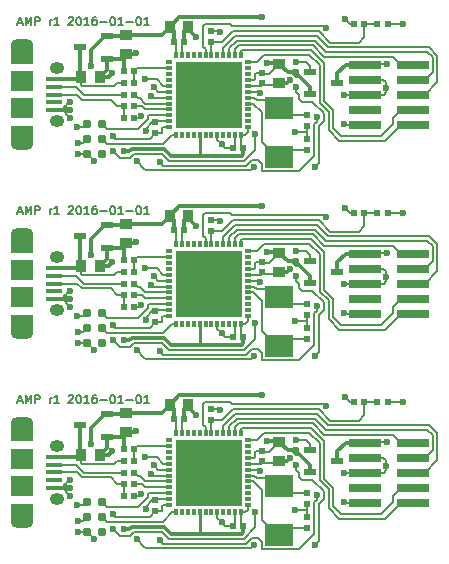
<source format=gtl>
G04 #@! TF.FileFunction,Copper,L1,Top,Signal*
%FSLAX46Y46*%
G04 Gerber Fmt 4.6, Leading zero omitted, Abs format (unit mm)*
G04 Created by KiCad (PCBNEW 0.201512311516+6410~40~ubuntu14.04.1-stable) date Sun 03 Jan 2016 08:23:42 GMT*
%MOMM*%
G01*
G04 APERTURE LIST*
%ADD10C,0.100000*%
%ADD11C,0.150000*%
%ADD12R,0.950000X1.000000*%
%ADD13R,1.000000X0.950000*%
%ADD14R,0.620000X0.620000*%
%ADD15R,1.000000X0.600000*%
%ADD16C,0.787000*%
%ADD17R,2.400000X1.900000*%
%ADD18R,2.790000X0.740000*%
%ADD19R,1.350000X0.400000*%
%ADD20O,1.250000X1.000000*%
%ADD21R,1.900000X1.800000*%
%ADD22R,1.900000X1.575000*%
%ADD23O,1.900000X1.000000*%
%ADD24R,0.550000X0.300000*%
%ADD25R,0.300000X0.550000*%
%ADD26R,2.000000X2.000000*%
%ADD27C,0.600000*%
%ADD28R,5.600000X5.600000*%
%ADD29C,0.200000*%
%ADD30C,0.300000*%
%ADD31C,0.250000*%
G04 APERTURE END LIST*
D10*
D11*
X101133333Y-93916667D02*
X101466667Y-93916667D01*
X101066667Y-94116667D02*
X101300000Y-93416667D01*
X101533333Y-94116667D01*
X101766667Y-94116667D02*
X101766667Y-93416667D01*
X102000000Y-93916667D01*
X102233333Y-93416667D01*
X102233333Y-94116667D01*
X102566667Y-94116667D02*
X102566667Y-93416667D01*
X102833333Y-93416667D01*
X102900000Y-93450000D01*
X102933333Y-93483333D01*
X102966667Y-93550000D01*
X102966667Y-93650000D01*
X102933333Y-93716667D01*
X102900000Y-93750000D01*
X102833333Y-93783333D01*
X102566667Y-93783333D01*
X103800000Y-94116667D02*
X103800000Y-93650000D01*
X103800000Y-93783333D02*
X103833333Y-93716667D01*
X103866666Y-93683333D01*
X103933333Y-93650000D01*
X104000000Y-93650000D01*
X104599999Y-94116667D02*
X104199999Y-94116667D01*
X104399999Y-94116667D02*
X104399999Y-93416667D01*
X104333333Y-93516667D01*
X104266666Y-93583333D01*
X104199999Y-93616667D01*
X105399999Y-93483333D02*
X105433333Y-93450000D01*
X105499999Y-93416667D01*
X105666666Y-93416667D01*
X105733333Y-93450000D01*
X105766666Y-93483333D01*
X105799999Y-93550000D01*
X105799999Y-93616667D01*
X105766666Y-93716667D01*
X105366666Y-94116667D01*
X105799999Y-94116667D01*
X106233333Y-93416667D02*
X106300000Y-93416667D01*
X106366666Y-93450000D01*
X106400000Y-93483333D01*
X106433333Y-93550000D01*
X106466666Y-93683333D01*
X106466666Y-93850000D01*
X106433333Y-93983333D01*
X106400000Y-94050000D01*
X106366666Y-94083333D01*
X106300000Y-94116667D01*
X106233333Y-94116667D01*
X106166666Y-94083333D01*
X106133333Y-94050000D01*
X106100000Y-93983333D01*
X106066666Y-93850000D01*
X106066666Y-93683333D01*
X106100000Y-93550000D01*
X106133333Y-93483333D01*
X106166666Y-93450000D01*
X106233333Y-93416667D01*
X107133333Y-94116667D02*
X106733333Y-94116667D01*
X106933333Y-94116667D02*
X106933333Y-93416667D01*
X106866667Y-93516667D01*
X106800000Y-93583333D01*
X106733333Y-93616667D01*
X107733334Y-93416667D02*
X107600000Y-93416667D01*
X107533334Y-93450000D01*
X107500000Y-93483333D01*
X107433334Y-93583333D01*
X107400000Y-93716667D01*
X107400000Y-93983333D01*
X107433334Y-94050000D01*
X107466667Y-94083333D01*
X107533334Y-94116667D01*
X107666667Y-94116667D01*
X107733334Y-94083333D01*
X107766667Y-94050000D01*
X107800000Y-93983333D01*
X107800000Y-93816667D01*
X107766667Y-93750000D01*
X107733334Y-93716667D01*
X107666667Y-93683333D01*
X107533334Y-93683333D01*
X107466667Y-93716667D01*
X107433334Y-93750000D01*
X107400000Y-93816667D01*
X108100001Y-93850000D02*
X108633334Y-93850000D01*
X109100001Y-93416667D02*
X109166668Y-93416667D01*
X109233334Y-93450000D01*
X109266668Y-93483333D01*
X109300001Y-93550000D01*
X109333334Y-93683333D01*
X109333334Y-93850000D01*
X109300001Y-93983333D01*
X109266668Y-94050000D01*
X109233334Y-94083333D01*
X109166668Y-94116667D01*
X109100001Y-94116667D01*
X109033334Y-94083333D01*
X109000001Y-94050000D01*
X108966668Y-93983333D01*
X108933334Y-93850000D01*
X108933334Y-93683333D01*
X108966668Y-93550000D01*
X109000001Y-93483333D01*
X109033334Y-93450000D01*
X109100001Y-93416667D01*
X110000001Y-94116667D02*
X109600001Y-94116667D01*
X109800001Y-94116667D02*
X109800001Y-93416667D01*
X109733335Y-93516667D01*
X109666668Y-93583333D01*
X109600001Y-93616667D01*
X110300002Y-93850000D02*
X110833335Y-93850000D01*
X111300002Y-93416667D02*
X111366669Y-93416667D01*
X111433335Y-93450000D01*
X111466669Y-93483333D01*
X111500002Y-93550000D01*
X111533335Y-93683333D01*
X111533335Y-93850000D01*
X111500002Y-93983333D01*
X111466669Y-94050000D01*
X111433335Y-94083333D01*
X111366669Y-94116667D01*
X111300002Y-94116667D01*
X111233335Y-94083333D01*
X111200002Y-94050000D01*
X111166669Y-93983333D01*
X111133335Y-93850000D01*
X111133335Y-93683333D01*
X111166669Y-93550000D01*
X111200002Y-93483333D01*
X111233335Y-93450000D01*
X111300002Y-93416667D01*
X112200002Y-94116667D02*
X111800002Y-94116667D01*
X112000002Y-94116667D02*
X112000002Y-93416667D01*
X111933336Y-93516667D01*
X111866669Y-93583333D01*
X111800002Y-93616667D01*
X101133333Y-109916667D02*
X101466667Y-109916667D01*
X101066667Y-110116667D02*
X101300000Y-109416667D01*
X101533333Y-110116667D01*
X101766667Y-110116667D02*
X101766667Y-109416667D01*
X102000000Y-109916667D01*
X102233333Y-109416667D01*
X102233333Y-110116667D01*
X102566667Y-110116667D02*
X102566667Y-109416667D01*
X102833333Y-109416667D01*
X102900000Y-109450000D01*
X102933333Y-109483333D01*
X102966667Y-109550000D01*
X102966667Y-109650000D01*
X102933333Y-109716667D01*
X102900000Y-109750000D01*
X102833333Y-109783333D01*
X102566667Y-109783333D01*
X103800000Y-110116667D02*
X103800000Y-109650000D01*
X103800000Y-109783333D02*
X103833333Y-109716667D01*
X103866666Y-109683333D01*
X103933333Y-109650000D01*
X104000000Y-109650000D01*
X104599999Y-110116667D02*
X104199999Y-110116667D01*
X104399999Y-110116667D02*
X104399999Y-109416667D01*
X104333333Y-109516667D01*
X104266666Y-109583333D01*
X104199999Y-109616667D01*
X105399999Y-109483333D02*
X105433333Y-109450000D01*
X105499999Y-109416667D01*
X105666666Y-109416667D01*
X105733333Y-109450000D01*
X105766666Y-109483333D01*
X105799999Y-109550000D01*
X105799999Y-109616667D01*
X105766666Y-109716667D01*
X105366666Y-110116667D01*
X105799999Y-110116667D01*
X106233333Y-109416667D02*
X106300000Y-109416667D01*
X106366666Y-109450000D01*
X106400000Y-109483333D01*
X106433333Y-109550000D01*
X106466666Y-109683333D01*
X106466666Y-109850000D01*
X106433333Y-109983333D01*
X106400000Y-110050000D01*
X106366666Y-110083333D01*
X106300000Y-110116667D01*
X106233333Y-110116667D01*
X106166666Y-110083333D01*
X106133333Y-110050000D01*
X106100000Y-109983333D01*
X106066666Y-109850000D01*
X106066666Y-109683333D01*
X106100000Y-109550000D01*
X106133333Y-109483333D01*
X106166666Y-109450000D01*
X106233333Y-109416667D01*
X107133333Y-110116667D02*
X106733333Y-110116667D01*
X106933333Y-110116667D02*
X106933333Y-109416667D01*
X106866667Y-109516667D01*
X106800000Y-109583333D01*
X106733333Y-109616667D01*
X107733334Y-109416667D02*
X107600000Y-109416667D01*
X107533334Y-109450000D01*
X107500000Y-109483333D01*
X107433334Y-109583333D01*
X107400000Y-109716667D01*
X107400000Y-109983333D01*
X107433334Y-110050000D01*
X107466667Y-110083333D01*
X107533334Y-110116667D01*
X107666667Y-110116667D01*
X107733334Y-110083333D01*
X107766667Y-110050000D01*
X107800000Y-109983333D01*
X107800000Y-109816667D01*
X107766667Y-109750000D01*
X107733334Y-109716667D01*
X107666667Y-109683333D01*
X107533334Y-109683333D01*
X107466667Y-109716667D01*
X107433334Y-109750000D01*
X107400000Y-109816667D01*
X108100001Y-109850000D02*
X108633334Y-109850000D01*
X109100001Y-109416667D02*
X109166668Y-109416667D01*
X109233334Y-109450000D01*
X109266668Y-109483333D01*
X109300001Y-109550000D01*
X109333334Y-109683333D01*
X109333334Y-109850000D01*
X109300001Y-109983333D01*
X109266668Y-110050000D01*
X109233334Y-110083333D01*
X109166668Y-110116667D01*
X109100001Y-110116667D01*
X109033334Y-110083333D01*
X109000001Y-110050000D01*
X108966668Y-109983333D01*
X108933334Y-109850000D01*
X108933334Y-109683333D01*
X108966668Y-109550000D01*
X109000001Y-109483333D01*
X109033334Y-109450000D01*
X109100001Y-109416667D01*
X110000001Y-110116667D02*
X109600001Y-110116667D01*
X109800001Y-110116667D02*
X109800001Y-109416667D01*
X109733335Y-109516667D01*
X109666668Y-109583333D01*
X109600001Y-109616667D01*
X110300002Y-109850000D02*
X110833335Y-109850000D01*
X111300002Y-109416667D02*
X111366669Y-109416667D01*
X111433335Y-109450000D01*
X111466669Y-109483333D01*
X111500002Y-109550000D01*
X111533335Y-109683333D01*
X111533335Y-109850000D01*
X111500002Y-109983333D01*
X111466669Y-110050000D01*
X111433335Y-110083333D01*
X111366669Y-110116667D01*
X111300002Y-110116667D01*
X111233335Y-110083333D01*
X111200002Y-110050000D01*
X111166669Y-109983333D01*
X111133335Y-109850000D01*
X111133335Y-109683333D01*
X111166669Y-109550000D01*
X111200002Y-109483333D01*
X111233335Y-109450000D01*
X111300002Y-109416667D01*
X112200002Y-110116667D02*
X111800002Y-110116667D01*
X112000002Y-110116667D02*
X112000002Y-109416667D01*
X111933336Y-109516667D01*
X111866669Y-109583333D01*
X111800002Y-109616667D01*
X101133333Y-125916667D02*
X101466667Y-125916667D01*
X101066667Y-126116667D02*
X101300000Y-125416667D01*
X101533333Y-126116667D01*
X101766667Y-126116667D02*
X101766667Y-125416667D01*
X102000000Y-125916667D01*
X102233333Y-125416667D01*
X102233333Y-126116667D01*
X102566667Y-126116667D02*
X102566667Y-125416667D01*
X102833333Y-125416667D01*
X102900000Y-125450000D01*
X102933333Y-125483333D01*
X102966667Y-125550000D01*
X102966667Y-125650000D01*
X102933333Y-125716667D01*
X102900000Y-125750000D01*
X102833333Y-125783333D01*
X102566667Y-125783333D01*
X103800000Y-126116667D02*
X103800000Y-125650000D01*
X103800000Y-125783333D02*
X103833333Y-125716667D01*
X103866666Y-125683333D01*
X103933333Y-125650000D01*
X104000000Y-125650000D01*
X104599999Y-126116667D02*
X104199999Y-126116667D01*
X104399999Y-126116667D02*
X104399999Y-125416667D01*
X104333333Y-125516667D01*
X104266666Y-125583333D01*
X104199999Y-125616667D01*
X105399999Y-125483333D02*
X105433333Y-125450000D01*
X105499999Y-125416667D01*
X105666666Y-125416667D01*
X105733333Y-125450000D01*
X105766666Y-125483333D01*
X105799999Y-125550000D01*
X105799999Y-125616667D01*
X105766666Y-125716667D01*
X105366666Y-126116667D01*
X105799999Y-126116667D01*
X106233333Y-125416667D02*
X106300000Y-125416667D01*
X106366666Y-125450000D01*
X106400000Y-125483333D01*
X106433333Y-125550000D01*
X106466666Y-125683333D01*
X106466666Y-125850000D01*
X106433333Y-125983333D01*
X106400000Y-126050000D01*
X106366666Y-126083333D01*
X106300000Y-126116667D01*
X106233333Y-126116667D01*
X106166666Y-126083333D01*
X106133333Y-126050000D01*
X106100000Y-125983333D01*
X106066666Y-125850000D01*
X106066666Y-125683333D01*
X106100000Y-125550000D01*
X106133333Y-125483333D01*
X106166666Y-125450000D01*
X106233333Y-125416667D01*
X107133333Y-126116667D02*
X106733333Y-126116667D01*
X106933333Y-126116667D02*
X106933333Y-125416667D01*
X106866667Y-125516667D01*
X106800000Y-125583333D01*
X106733333Y-125616667D01*
X107733334Y-125416667D02*
X107600000Y-125416667D01*
X107533334Y-125450000D01*
X107500000Y-125483333D01*
X107433334Y-125583333D01*
X107400000Y-125716667D01*
X107400000Y-125983333D01*
X107433334Y-126050000D01*
X107466667Y-126083333D01*
X107533334Y-126116667D01*
X107666667Y-126116667D01*
X107733334Y-126083333D01*
X107766667Y-126050000D01*
X107800000Y-125983333D01*
X107800000Y-125816667D01*
X107766667Y-125750000D01*
X107733334Y-125716667D01*
X107666667Y-125683333D01*
X107533334Y-125683333D01*
X107466667Y-125716667D01*
X107433334Y-125750000D01*
X107400000Y-125816667D01*
X108100001Y-125850000D02*
X108633334Y-125850000D01*
X109100001Y-125416667D02*
X109166668Y-125416667D01*
X109233334Y-125450000D01*
X109266668Y-125483333D01*
X109300001Y-125550000D01*
X109333334Y-125683333D01*
X109333334Y-125850000D01*
X109300001Y-125983333D01*
X109266668Y-126050000D01*
X109233334Y-126083333D01*
X109166668Y-126116667D01*
X109100001Y-126116667D01*
X109033334Y-126083333D01*
X109000001Y-126050000D01*
X108966668Y-125983333D01*
X108933334Y-125850000D01*
X108933334Y-125683333D01*
X108966668Y-125550000D01*
X109000001Y-125483333D01*
X109033334Y-125450000D01*
X109100001Y-125416667D01*
X110000001Y-126116667D02*
X109600001Y-126116667D01*
X109800001Y-126116667D02*
X109800001Y-125416667D01*
X109733335Y-125516667D01*
X109666668Y-125583333D01*
X109600001Y-125616667D01*
X110300002Y-125850000D02*
X110833335Y-125850000D01*
X111300002Y-125416667D02*
X111366669Y-125416667D01*
X111433335Y-125450000D01*
X111466669Y-125483333D01*
X111500002Y-125550000D01*
X111533335Y-125683333D01*
X111533335Y-125850000D01*
X111500002Y-125983333D01*
X111466669Y-126050000D01*
X111433335Y-126083333D01*
X111366669Y-126116667D01*
X111300002Y-126116667D01*
X111233335Y-126083333D01*
X111200002Y-126050000D01*
X111166669Y-125983333D01*
X111133335Y-125850000D01*
X111133335Y-125683333D01*
X111166669Y-125550000D01*
X111200002Y-125483333D01*
X111233335Y-125450000D01*
X111300002Y-125416667D01*
X112200002Y-126116667D02*
X111800002Y-126116667D01*
X112000002Y-126116667D02*
X112000002Y-125416667D01*
X111933336Y-125516667D01*
X111866669Y-125583333D01*
X111800002Y-125616667D01*
D12*
X115550000Y-94300000D03*
X113950000Y-94300000D03*
X115550000Y-110300000D03*
X113950000Y-110300000D03*
X115550000Y-126300000D03*
X113950000Y-126300000D03*
D13*
X123250000Y-99000000D03*
X123250000Y-97400000D03*
X123250000Y-115000000D03*
X123250000Y-113400000D03*
X123250000Y-131000000D03*
X123250000Y-129400000D03*
D14*
X115200000Y-95500000D03*
X114300000Y-95500000D03*
X115200000Y-111500000D03*
X114300000Y-111500000D03*
X115200000Y-127500000D03*
X114300000Y-127500000D03*
X119300000Y-104500000D03*
X120200000Y-104500000D03*
X119300000Y-120500000D03*
X120200000Y-120500000D03*
X119300000Y-136500000D03*
X120200000Y-136500000D03*
X112750000Y-102350000D03*
X112750000Y-103250000D03*
X112750000Y-118350000D03*
X112750000Y-119250000D03*
X112750000Y-134350000D03*
X112750000Y-135250000D03*
X121800000Y-99050000D03*
X121800000Y-98150000D03*
X121800000Y-115050000D03*
X121800000Y-114150000D03*
X121800000Y-131050000D03*
X121800000Y-130150000D03*
X125600000Y-103750000D03*
X125600000Y-104650000D03*
X125600000Y-119750000D03*
X125600000Y-120650000D03*
X125600000Y-135750000D03*
X125600000Y-136650000D03*
X117500000Y-94650000D03*
X117500000Y-95550000D03*
X117500000Y-110650000D03*
X117500000Y-111550000D03*
X117500000Y-126650000D03*
X117500000Y-127550000D03*
X125600000Y-102650000D03*
X125600000Y-101750000D03*
X125600000Y-118650000D03*
X125600000Y-117750000D03*
X125600000Y-134650000D03*
X125600000Y-133750000D03*
D12*
X108050000Y-98500000D03*
X106450000Y-98500000D03*
X108050000Y-114500000D03*
X106450000Y-114500000D03*
X108050000Y-130500000D03*
X106450000Y-130500000D03*
D15*
X108650000Y-96950000D03*
X108650000Y-95050000D03*
X106350000Y-96000000D03*
X108650000Y-112950000D03*
X108650000Y-111050000D03*
X106350000Y-112000000D03*
X108650000Y-128950000D03*
X108650000Y-127050000D03*
X106350000Y-128000000D03*
D16*
X107000000Y-102480000D03*
X108270000Y-102480000D03*
X107000000Y-103750000D03*
X108270000Y-103750000D03*
X107000000Y-105020000D03*
X108270000Y-105020000D03*
X107000000Y-118480000D03*
X108270000Y-118480000D03*
X107000000Y-119750000D03*
X108270000Y-119750000D03*
X107000000Y-121020000D03*
X108270000Y-121020000D03*
X107000000Y-134480000D03*
X108270000Y-134480000D03*
X107000000Y-135750000D03*
X108270000Y-135750000D03*
X107000000Y-137020000D03*
X108270000Y-137020000D03*
D15*
X125850000Y-98050000D03*
X125850000Y-99950000D03*
X128150000Y-99000000D03*
X125850000Y-114050000D03*
X125850000Y-115950000D03*
X128150000Y-115000000D03*
X125850000Y-130050000D03*
X125850000Y-131950000D03*
X128150000Y-131000000D03*
D14*
X110950000Y-99000000D03*
X110050000Y-99000000D03*
X110950000Y-115000000D03*
X110050000Y-115000000D03*
X110950000Y-131000000D03*
X110050000Y-131000000D03*
X110050000Y-98000000D03*
X110950000Y-98000000D03*
X110050000Y-114000000D03*
X110950000Y-114000000D03*
X110050000Y-130000000D03*
X110950000Y-130000000D03*
X110950000Y-102000000D03*
X110050000Y-102000000D03*
X110950000Y-118000000D03*
X110050000Y-118000000D03*
X110950000Y-134000000D03*
X110050000Y-134000000D03*
X110950000Y-100000000D03*
X110050000Y-100000000D03*
X110950000Y-116000000D03*
X110050000Y-116000000D03*
X110950000Y-132000000D03*
X110050000Y-132000000D03*
X110950000Y-101000000D03*
X110050000Y-101000000D03*
X110950000Y-117000000D03*
X110050000Y-117000000D03*
X110950000Y-133000000D03*
X110050000Y-133000000D03*
X131550000Y-94000000D03*
X132450000Y-94000000D03*
X131550000Y-110000000D03*
X132450000Y-110000000D03*
X131550000Y-126000000D03*
X132450000Y-126000000D03*
X129550000Y-94000000D03*
X130450000Y-94000000D03*
X129550000Y-110000000D03*
X130450000Y-110000000D03*
X129550000Y-126000000D03*
X130450000Y-126000000D03*
D17*
X123250000Y-105250000D03*
X123250000Y-101150000D03*
X123250000Y-121250000D03*
X123250000Y-117150000D03*
X123250000Y-137250000D03*
X123250000Y-133150000D03*
D13*
X110250000Y-96550000D03*
X110250000Y-94950000D03*
X110250000Y-112550000D03*
X110250000Y-110950000D03*
X110250000Y-128550000D03*
X110250000Y-126950000D03*
D18*
X130465000Y-97460000D03*
X134535000Y-97460000D03*
X130465000Y-98730000D03*
X134535000Y-98730000D03*
X130465000Y-100000000D03*
X134535000Y-100000000D03*
X130465000Y-101270000D03*
X134535000Y-101270000D03*
X130465000Y-102540000D03*
X134535000Y-102540000D03*
X130465000Y-113460000D03*
X134535000Y-113460000D03*
X130465000Y-114730000D03*
X134535000Y-114730000D03*
X130465000Y-116000000D03*
X134535000Y-116000000D03*
X130465000Y-117270000D03*
X134535000Y-117270000D03*
X130465000Y-118540000D03*
X134535000Y-118540000D03*
X130465000Y-129460000D03*
X134535000Y-129460000D03*
X130465000Y-130730000D03*
X134535000Y-130730000D03*
X130465000Y-132000000D03*
X134535000Y-132000000D03*
X130465000Y-133270000D03*
X134535000Y-133270000D03*
X130465000Y-134540000D03*
X134535000Y-134540000D03*
D19*
X104125000Y-99990000D03*
X104125000Y-100640000D03*
X104125000Y-99340000D03*
X104125000Y-98690000D03*
X104125000Y-101290000D03*
D20*
X104450000Y-102215000D03*
X104450000Y-97765000D03*
D21*
X101450000Y-101140000D03*
X101450000Y-98840000D03*
D22*
X101450000Y-103377500D03*
D23*
X101450000Y-104165000D03*
D22*
X101450000Y-96602500D03*
D23*
X101450000Y-95815000D03*
D19*
X104125000Y-115990000D03*
X104125000Y-116640000D03*
X104125000Y-115340000D03*
X104125000Y-114690000D03*
X104125000Y-117290000D03*
D20*
X104450000Y-118215000D03*
X104450000Y-113765000D03*
D21*
X101450000Y-117140000D03*
X101450000Y-114840000D03*
D22*
X101450000Y-119377500D03*
D23*
X101450000Y-120165000D03*
D22*
X101450000Y-112602500D03*
D23*
X101450000Y-111815000D03*
D19*
X104125000Y-131990000D03*
X104125000Y-132640000D03*
X104125000Y-131340000D03*
X104125000Y-130690000D03*
X104125000Y-133290000D03*
D20*
X104450000Y-134215000D03*
X104450000Y-129765000D03*
D21*
X101450000Y-133140000D03*
X101450000Y-130840000D03*
D22*
X101450000Y-135377500D03*
D23*
X101450000Y-136165000D03*
D22*
X101450000Y-128602500D03*
D23*
X101450000Y-127815000D03*
D24*
X120625000Y-102750000D03*
X120625000Y-102250000D03*
X120625000Y-101750000D03*
X120625000Y-101250000D03*
X120625000Y-100750000D03*
X120625000Y-100250000D03*
X120625000Y-99750000D03*
X120625000Y-99250000D03*
X120625000Y-98750000D03*
X120625000Y-98250000D03*
X120625000Y-97750000D03*
X120625000Y-97250000D03*
D25*
X120000000Y-96625000D03*
X119500000Y-96625000D03*
X119000000Y-96625000D03*
X118500000Y-96625000D03*
X118000000Y-96625000D03*
X117500000Y-96625000D03*
X117000000Y-96625000D03*
X116500000Y-96625000D03*
X116000000Y-96625000D03*
X115500000Y-96625000D03*
X115000000Y-96625000D03*
X114500000Y-96625000D03*
D24*
X113875000Y-97250000D03*
X113875000Y-97750000D03*
X113875000Y-98250000D03*
X113875000Y-98750000D03*
X113875000Y-99250000D03*
X113875000Y-99750000D03*
X113875000Y-100250000D03*
X113875000Y-100750000D03*
X113875000Y-101250000D03*
X113875000Y-101750000D03*
X113875000Y-102250000D03*
X113875000Y-102750000D03*
D25*
X114500000Y-103375000D03*
X115000000Y-103375000D03*
X115500000Y-103375000D03*
X116000000Y-103375000D03*
X116500000Y-103375000D03*
X117000000Y-103375000D03*
X117500000Y-103375000D03*
X118000000Y-103375000D03*
X118500000Y-103375000D03*
X119000000Y-103375000D03*
X119500000Y-103375000D03*
X120000000Y-103375000D03*
D26*
X118500000Y-101250000D03*
X118500000Y-98750000D03*
X116000000Y-101250000D03*
X116000000Y-98750000D03*
X118500000Y-101250000D03*
X118500000Y-98750000D03*
X116000000Y-101250000D03*
X116000000Y-98750000D03*
D27*
X119750000Y-102500000D03*
X119750000Y-100000000D03*
X119750000Y-97500000D03*
X117250000Y-102500000D03*
X117250000Y-100000000D03*
X117250000Y-97500000D03*
X114750000Y-102500000D03*
X114750000Y-100000000D03*
X114750000Y-97500000D03*
D28*
X117250000Y-100000000D03*
D24*
X120625000Y-118750000D03*
X120625000Y-118250000D03*
X120625000Y-117750000D03*
X120625000Y-117250000D03*
X120625000Y-116750000D03*
X120625000Y-116250000D03*
X120625000Y-115750000D03*
X120625000Y-115250000D03*
X120625000Y-114750000D03*
X120625000Y-114250000D03*
X120625000Y-113750000D03*
X120625000Y-113250000D03*
D25*
X120000000Y-112625000D03*
X119500000Y-112625000D03*
X119000000Y-112625000D03*
X118500000Y-112625000D03*
X118000000Y-112625000D03*
X117500000Y-112625000D03*
X117000000Y-112625000D03*
X116500000Y-112625000D03*
X116000000Y-112625000D03*
X115500000Y-112625000D03*
X115000000Y-112625000D03*
X114500000Y-112625000D03*
D24*
X113875000Y-113250000D03*
X113875000Y-113750000D03*
X113875000Y-114250000D03*
X113875000Y-114750000D03*
X113875000Y-115250000D03*
X113875000Y-115750000D03*
X113875000Y-116250000D03*
X113875000Y-116750000D03*
X113875000Y-117250000D03*
X113875000Y-117750000D03*
X113875000Y-118250000D03*
X113875000Y-118750000D03*
D25*
X114500000Y-119375000D03*
X115000000Y-119375000D03*
X115500000Y-119375000D03*
X116000000Y-119375000D03*
X116500000Y-119375000D03*
X117000000Y-119375000D03*
X117500000Y-119375000D03*
X118000000Y-119375000D03*
X118500000Y-119375000D03*
X119000000Y-119375000D03*
X119500000Y-119375000D03*
X120000000Y-119375000D03*
D26*
X118500000Y-117250000D03*
X118500000Y-114750000D03*
X116000000Y-117250000D03*
X116000000Y-114750000D03*
X118500000Y-117250000D03*
X118500000Y-114750000D03*
X116000000Y-117250000D03*
X116000000Y-114750000D03*
D27*
X119750000Y-118500000D03*
X119750000Y-116000000D03*
X119750000Y-113500000D03*
X117250000Y-118500000D03*
X117250000Y-116000000D03*
X117250000Y-113500000D03*
X114750000Y-118500000D03*
X114750000Y-116000000D03*
X114750000Y-113500000D03*
D28*
X117250000Y-116000000D03*
D24*
X120625000Y-134750000D03*
X120625000Y-134250000D03*
X120625000Y-133750000D03*
X120625000Y-133250000D03*
X120625000Y-132750000D03*
X120625000Y-132250000D03*
X120625000Y-131750000D03*
X120625000Y-131250000D03*
X120625000Y-130750000D03*
X120625000Y-130250000D03*
X120625000Y-129750000D03*
X120625000Y-129250000D03*
D25*
X120000000Y-128625000D03*
X119500000Y-128625000D03*
X119000000Y-128625000D03*
X118500000Y-128625000D03*
X118000000Y-128625000D03*
X117500000Y-128625000D03*
X117000000Y-128625000D03*
X116500000Y-128625000D03*
X116000000Y-128625000D03*
X115500000Y-128625000D03*
X115000000Y-128625000D03*
X114500000Y-128625000D03*
D24*
X113875000Y-129250000D03*
X113875000Y-129750000D03*
X113875000Y-130250000D03*
X113875000Y-130750000D03*
X113875000Y-131250000D03*
X113875000Y-131750000D03*
X113875000Y-132250000D03*
X113875000Y-132750000D03*
X113875000Y-133250000D03*
X113875000Y-133750000D03*
X113875000Y-134250000D03*
X113875000Y-134750000D03*
D25*
X114500000Y-135375000D03*
X115000000Y-135375000D03*
X115500000Y-135375000D03*
X116000000Y-135375000D03*
X116500000Y-135375000D03*
X117000000Y-135375000D03*
X117500000Y-135375000D03*
X118000000Y-135375000D03*
X118500000Y-135375000D03*
X119000000Y-135375000D03*
X119500000Y-135375000D03*
X120000000Y-135375000D03*
D26*
X118500000Y-133250000D03*
X118500000Y-130750000D03*
X116000000Y-133250000D03*
X116000000Y-130750000D03*
X118500000Y-133250000D03*
X118500000Y-130750000D03*
X116000000Y-133250000D03*
X116000000Y-130750000D03*
D27*
X119750000Y-134500000D03*
X119750000Y-132000000D03*
X119750000Y-129500000D03*
X117250000Y-134500000D03*
X117250000Y-132000000D03*
X117250000Y-129500000D03*
X114750000Y-134500000D03*
X114750000Y-132000000D03*
X114750000Y-129500000D03*
D28*
X117250000Y-132000000D03*
D27*
X124688224Y-98111776D03*
X124688224Y-114111776D03*
X124688224Y-130111776D03*
X122200000Y-97300000D03*
X122200000Y-113300000D03*
X122200000Y-129300000D03*
X121800000Y-93439989D03*
X121800000Y-109439989D03*
X121800000Y-125439989D03*
X107291735Y-97587978D03*
X107291735Y-113587978D03*
X107291735Y-129587978D03*
X110100000Y-104800000D03*
X110100000Y-120800000D03*
X110100000Y-136800000D03*
X109119645Y-103473504D03*
X109119645Y-119473504D03*
X109119645Y-135473504D03*
X106100000Y-102700000D03*
X106100000Y-118700000D03*
X106100000Y-134700000D03*
X105549045Y-101988601D03*
X105549045Y-117988601D03*
X105549045Y-133988601D03*
X105500000Y-100600000D03*
X105500000Y-116600000D03*
X105500000Y-132600000D03*
X105500000Y-101300000D03*
X105500000Y-117300000D03*
X105500000Y-133300000D03*
X132300000Y-99400000D03*
X132300000Y-115400000D03*
X132300000Y-131400000D03*
X107594458Y-105604798D03*
X107594458Y-121604798D03*
X107594458Y-137604798D03*
X124104985Y-98762235D03*
X124104985Y-114762235D03*
X124104985Y-130762235D03*
X128800000Y-93600000D03*
X128800000Y-109600000D03*
X128800000Y-125600000D03*
X128700000Y-102500000D03*
X128700000Y-118500000D03*
X128700000Y-134500000D03*
X128700000Y-100000000D03*
X128700000Y-116000000D03*
X128700000Y-132000000D03*
X124600000Y-103200000D03*
X124600000Y-119200000D03*
X124600000Y-135200000D03*
X116199990Y-95103484D03*
X116199990Y-111103484D03*
X116199990Y-127103484D03*
X118350000Y-104200000D03*
X118350000Y-120200000D03*
X118350000Y-136200000D03*
X118200000Y-94700000D03*
X118200000Y-110700000D03*
X118200000Y-126700000D03*
X109100000Y-98200000D03*
X109100000Y-114200000D03*
X109100000Y-130200000D03*
X111100000Y-96500000D03*
X111100000Y-112500000D03*
X111100000Y-128500000D03*
X111918272Y-103118272D03*
X111918272Y-119118272D03*
X111918272Y-135118272D03*
X106200000Y-105000000D03*
X106200000Y-121000000D03*
X106200000Y-137000000D03*
X121600000Y-99860002D03*
X121600000Y-115860002D03*
X121600000Y-131860002D03*
X109119645Y-104743505D03*
X109119645Y-120743505D03*
X109119645Y-136743505D03*
X121149993Y-103333019D03*
X121149993Y-119333019D03*
X121149993Y-135333019D03*
X106200000Y-104100000D03*
X106200000Y-120100000D03*
X106200000Y-136100000D03*
X127158519Y-94341481D03*
X127158519Y-110341481D03*
X127158519Y-126341481D03*
X124649998Y-97225009D03*
X124649998Y-113225009D03*
X124649998Y-129225009D03*
X111900000Y-98700000D03*
X111900000Y-114700000D03*
X111900000Y-130700000D03*
X111500000Y-101800000D03*
X111500000Y-117800000D03*
X111500000Y-133800000D03*
X124646792Y-99350833D03*
X124646792Y-115350833D03*
X124646792Y-131350833D03*
X126304272Y-106104272D03*
X126304272Y-122104272D03*
X126304272Y-138104272D03*
X121130325Y-106130325D03*
X121130325Y-122130325D03*
X121130325Y-138130325D03*
X111161921Y-105647295D03*
X111161921Y-121647295D03*
X111161921Y-137647295D03*
X112606133Y-99377001D03*
X112606133Y-115377001D03*
X112606133Y-131377001D03*
X126410002Y-101880967D03*
X126410002Y-117880967D03*
X126410002Y-133880967D03*
X113100000Y-105700000D03*
X113100000Y-121700000D03*
X113100000Y-137700000D03*
X112400000Y-100149990D03*
X112400000Y-116149990D03*
X112400000Y-132149990D03*
X132400000Y-97400000D03*
X132400000Y-113400000D03*
X132400000Y-129400000D03*
X133700000Y-94000000D03*
X133700000Y-110000000D03*
X133700000Y-126000000D03*
D29*
X113875000Y-102750000D02*
X113400000Y-102750000D01*
X113875000Y-118750000D02*
X113400000Y-118750000D01*
X113875000Y-134750000D02*
X113400000Y-134750000D01*
X113300000Y-103210000D02*
X113260000Y-103250000D01*
X113300000Y-119210000D02*
X113260000Y-119250000D01*
X113300000Y-135210000D02*
X113260000Y-135250000D01*
X113400000Y-102750000D02*
X113300000Y-102850000D01*
X113400000Y-118750000D02*
X113300000Y-118850000D01*
X113400000Y-134750000D02*
X113300000Y-134850000D01*
X113300000Y-102850000D02*
X113300000Y-103210000D01*
X113300000Y-118850000D02*
X113300000Y-119210000D01*
X113300000Y-134850000D02*
X113300000Y-135210000D01*
X113260000Y-103250000D02*
X112750000Y-103250000D01*
X113260000Y-119250000D02*
X112750000Y-119250000D01*
X113260000Y-135250000D02*
X112750000Y-135250000D01*
D30*
X124900000Y-98400000D02*
X124688224Y-98188224D01*
X124900000Y-114400000D02*
X124688224Y-114188224D01*
X124900000Y-130400000D02*
X124688224Y-130188224D01*
X125850000Y-99350000D02*
X124900000Y-98400000D01*
X125850000Y-115350000D02*
X124900000Y-114400000D01*
X125850000Y-131350000D02*
X124900000Y-130400000D01*
X124688224Y-98111776D02*
X124300000Y-98111776D01*
X124688224Y-114111776D02*
X124300000Y-114111776D01*
X124688224Y-130111776D02*
X124300000Y-130111776D01*
X124300000Y-98111776D02*
X123961776Y-98111776D01*
X124300000Y-114111776D02*
X123961776Y-114111776D01*
X124300000Y-130111776D02*
X123961776Y-130111776D01*
X124900000Y-98400000D02*
X124662002Y-98400000D01*
X124900000Y-114400000D02*
X124662002Y-114400000D01*
X124900000Y-130400000D02*
X124662002Y-130400000D01*
X124662002Y-98400000D02*
X124373778Y-98111776D01*
X124662002Y-114400000D02*
X124373778Y-114111776D01*
X124662002Y-130400000D02*
X124373778Y-130111776D01*
X124373778Y-98111776D02*
X124300000Y-98111776D01*
X124373778Y-114111776D02*
X124300000Y-114111776D01*
X124373778Y-130111776D02*
X124300000Y-130111776D01*
X125850000Y-99950000D02*
X125850000Y-99350000D01*
X125850000Y-115950000D02*
X125850000Y-115350000D01*
X125850000Y-131950000D02*
X125850000Y-131350000D01*
X124688224Y-98188224D02*
X124688224Y-98111776D01*
X124688224Y-114188224D02*
X124688224Y-114111776D01*
X124688224Y-130188224D02*
X124688224Y-130111776D01*
X120049999Y-105160001D02*
X116500000Y-105160001D01*
X120049999Y-121160001D02*
X116500000Y-121160001D01*
X120049999Y-137160001D02*
X116500000Y-137160001D01*
X116500000Y-105160001D02*
X114084413Y-105160001D01*
X116500000Y-121160001D02*
X114084413Y-121160001D01*
X116500000Y-137160001D02*
X114084413Y-137160001D01*
D31*
X116500000Y-103375000D02*
X116500000Y-105160001D01*
X116500000Y-119375000D02*
X116500000Y-121160001D01*
X116500000Y-135375000D02*
X116500000Y-137160001D01*
D30*
X120200000Y-105010000D02*
X120049999Y-105160001D01*
X120200000Y-121010000D02*
X120049999Y-121160001D01*
X120200000Y-137010000D02*
X120049999Y-137160001D01*
X110524264Y-104800000D02*
X110100000Y-104800000D01*
X110524264Y-120800000D02*
X110100000Y-120800000D01*
X110524264Y-136800000D02*
X110100000Y-136800000D01*
X114084413Y-105160001D02*
X113517920Y-104593508D01*
X114084413Y-121160001D02*
X113517920Y-120593508D01*
X114084413Y-137160001D02*
X113517920Y-136593508D01*
X113517920Y-104593508D02*
X110730756Y-104593508D01*
X113517920Y-120593508D02*
X110730756Y-120593508D01*
X113517920Y-136593508D02*
X110730756Y-136593508D01*
X110730756Y-104593508D02*
X110524264Y-104800000D01*
X110730756Y-120593508D02*
X110524264Y-120800000D01*
X110730756Y-136593508D02*
X110524264Y-136800000D01*
D29*
X121800000Y-98150000D02*
X121290000Y-98150000D01*
X121800000Y-114150000D02*
X121290000Y-114150000D01*
X121800000Y-130150000D02*
X121290000Y-130150000D01*
X121200001Y-98239999D02*
X121200001Y-98649999D01*
X121200001Y-114239999D02*
X121200001Y-114649999D01*
X121200001Y-130239999D02*
X121200001Y-130649999D01*
X121290000Y-98150000D02*
X121200001Y-98239999D01*
X121290000Y-114150000D02*
X121200001Y-114239999D01*
X121290000Y-130150000D02*
X121200001Y-130239999D01*
X121200001Y-98649999D02*
X121100000Y-98750000D01*
X121200001Y-114649999D02*
X121100000Y-114750000D01*
X121200001Y-130649999D02*
X121100000Y-130750000D01*
X121100000Y-98750000D02*
X120625000Y-98750000D01*
X121100000Y-114750000D02*
X120625000Y-114750000D01*
X121100000Y-130750000D02*
X120625000Y-130750000D01*
D30*
X123961776Y-98111776D02*
X123250000Y-97400000D01*
X123961776Y-114111776D02*
X123250000Y-113400000D01*
X123961776Y-130111776D02*
X123250000Y-129400000D01*
X122200000Y-97300000D02*
X123150000Y-97300000D01*
X122200000Y-113300000D02*
X123150000Y-113300000D01*
X122200000Y-129300000D02*
X123150000Y-129300000D01*
X123150000Y-97300000D02*
X123250000Y-97400000D01*
X123150000Y-113300000D02*
X123250000Y-113400000D01*
X123150000Y-129300000D02*
X123250000Y-129400000D01*
X113950000Y-94300000D02*
X113950000Y-94275000D01*
X113950000Y-110300000D02*
X113950000Y-110275000D01*
X113950000Y-126300000D02*
X113950000Y-126275000D01*
X113950000Y-94275000D02*
X114785011Y-93439989D01*
X113950000Y-110275000D02*
X114785011Y-109439989D01*
X113950000Y-126275000D02*
X114785011Y-125439989D01*
X114785011Y-93439989D02*
X121800000Y-93439989D01*
X114785011Y-109439989D02*
X121800000Y-109439989D01*
X114785011Y-125439989D02*
X121800000Y-125439989D01*
X110250000Y-94950000D02*
X113300000Y-94950000D01*
X110250000Y-110950000D02*
X113300000Y-110950000D01*
X110250000Y-126950000D02*
X113300000Y-126950000D01*
X113300000Y-94950000D02*
X113950000Y-94300000D01*
X113300000Y-110950000D02*
X113950000Y-110300000D01*
X113300000Y-126950000D02*
X113950000Y-126300000D01*
X114300000Y-95500000D02*
X114300000Y-94650000D01*
X114300000Y-111500000D02*
X114300000Y-110650000D01*
X114300000Y-127500000D02*
X114300000Y-126650000D01*
X114300000Y-94650000D02*
X113950000Y-94300000D01*
X114300000Y-110650000D02*
X113950000Y-110300000D01*
X114300000Y-126650000D02*
X113950000Y-126300000D01*
X108650000Y-95050000D02*
X108450000Y-95050000D01*
X108650000Y-111050000D02*
X108450000Y-111050000D01*
X108650000Y-127050000D02*
X108450000Y-127050000D01*
X108450000Y-95050000D02*
X107291735Y-96208265D01*
X108450000Y-111050000D02*
X107291735Y-112208265D01*
X108450000Y-127050000D02*
X107291735Y-128208265D01*
X107291735Y-96208265D02*
X107291735Y-97587978D01*
X107291735Y-112208265D02*
X107291735Y-113587978D01*
X107291735Y-128208265D02*
X107291735Y-129587978D01*
D29*
X120549992Y-103175008D02*
X120549992Y-102825008D01*
X120549992Y-119175008D02*
X120549992Y-118825008D01*
X120549992Y-135175008D02*
X120549992Y-134825008D01*
X120549992Y-102825008D02*
X120625000Y-102750000D01*
X120549992Y-118825008D02*
X120625000Y-118750000D01*
X120549992Y-134825008D02*
X120625000Y-134750000D01*
X120000000Y-103375000D02*
X120350000Y-103375000D01*
X120000000Y-119375000D02*
X120350000Y-119375000D01*
X120000000Y-135375000D02*
X120350000Y-135375000D01*
X120350000Y-103375000D02*
X120549992Y-103175008D01*
X120350000Y-119375000D02*
X120549992Y-119175008D01*
X120350000Y-135375000D02*
X120549992Y-135175008D01*
D30*
X120200000Y-104500000D02*
X120200000Y-105010000D01*
X120200000Y-120500000D02*
X120200000Y-121010000D01*
X120200000Y-136500000D02*
X120200000Y-137010000D01*
X120200000Y-105010000D02*
X120099999Y-105110001D01*
X120200000Y-121010000D02*
X120099999Y-121110001D01*
X120200000Y-137010000D02*
X120099999Y-137110001D01*
D29*
X112281727Y-103718273D02*
X109364414Y-103718273D01*
X112281727Y-119718273D02*
X109364414Y-119718273D01*
X112281727Y-135718273D02*
X109364414Y-135718273D01*
X109364414Y-103718273D02*
X109119645Y-103473504D01*
X109364414Y-119718273D02*
X109119645Y-119473504D01*
X109364414Y-135718273D02*
X109119645Y-135473504D01*
X112750000Y-103250000D02*
X112281727Y-103718273D01*
X112750000Y-119250000D02*
X112281727Y-119718273D01*
X112750000Y-135250000D02*
X112281727Y-135718273D01*
X106100000Y-102700000D02*
X106780000Y-102700000D01*
X106100000Y-118700000D02*
X106780000Y-118700000D01*
X106100000Y-134700000D02*
X106780000Y-134700000D01*
X106780000Y-102700000D02*
X107000000Y-102480000D01*
X106780000Y-118700000D02*
X107000000Y-118480000D01*
X106780000Y-134700000D02*
X107000000Y-134480000D01*
D30*
X108650000Y-95050000D02*
X110150000Y-95050000D01*
X108650000Y-111050000D02*
X110150000Y-111050000D01*
X108650000Y-127050000D02*
X110150000Y-127050000D01*
D29*
X110150000Y-95050000D02*
X110250000Y-94950000D01*
X110150000Y-111050000D02*
X110250000Y-110950000D01*
X110150000Y-127050000D02*
X110250000Y-126950000D01*
X121750000Y-98250000D02*
X122400000Y-98250000D01*
X121750000Y-114250000D02*
X122400000Y-114250000D01*
X121750000Y-130250000D02*
X122400000Y-130250000D01*
X122400000Y-98250000D02*
X123250000Y-97400000D01*
X122400000Y-114250000D02*
X123250000Y-113400000D01*
X122400000Y-130250000D02*
X123250000Y-129400000D01*
X121600000Y-98250000D02*
X121750000Y-98250000D01*
X121600000Y-114250000D02*
X121750000Y-114250000D01*
X121600000Y-130250000D02*
X121750000Y-130250000D01*
X114500000Y-96625000D02*
X114500000Y-95700000D01*
X114500000Y-112625000D02*
X114500000Y-111700000D01*
X114500000Y-128625000D02*
X114500000Y-127700000D01*
X114500000Y-95700000D02*
X114300000Y-95500000D01*
X114500000Y-111700000D02*
X114300000Y-111500000D01*
X114500000Y-127700000D02*
X114300000Y-127500000D01*
X120000000Y-103375000D02*
X120000000Y-104300000D01*
X120000000Y-119375000D02*
X120000000Y-120300000D01*
X120000000Y-135375000D02*
X120000000Y-136300000D01*
X120000000Y-104300000D02*
X120200000Y-104500000D01*
X120000000Y-120300000D02*
X120200000Y-120500000D01*
X120000000Y-136300000D02*
X120200000Y-136500000D01*
X105200000Y-100900000D02*
X105500000Y-100600000D01*
X105200000Y-116900000D02*
X105500000Y-116600000D01*
X105200000Y-132900000D02*
X105500000Y-132600000D01*
X105060444Y-101500000D02*
X105160444Y-101600000D01*
X105060444Y-117500000D02*
X105160444Y-117600000D01*
X105060444Y-133500000D02*
X105160444Y-133600000D01*
X105100000Y-101000000D02*
X105200000Y-100900000D01*
X105100000Y-117000000D02*
X105200000Y-116900000D01*
X105100000Y-133000000D02*
X105200000Y-132900000D01*
X105160444Y-101600000D02*
X105549045Y-101988601D01*
X105160444Y-117600000D02*
X105549045Y-117988601D01*
X105160444Y-133600000D02*
X105549045Y-133988601D01*
X105200000Y-100900000D02*
X105200000Y-101560444D01*
X105200000Y-116900000D02*
X105200000Y-117560444D01*
X105200000Y-132900000D02*
X105200000Y-133560444D01*
X105200000Y-101560444D02*
X105160444Y-101600000D01*
X105200000Y-117560444D02*
X105160444Y-117600000D01*
X105200000Y-133560444D02*
X105160444Y-133600000D01*
X104810000Y-101290000D02*
X105100000Y-101000000D01*
X104810000Y-117290000D02*
X105100000Y-117000000D01*
X104810000Y-133290000D02*
X105100000Y-133000000D01*
X104850444Y-101290000D02*
X105060444Y-101500000D01*
X104850444Y-117290000D02*
X105060444Y-117500000D01*
X104850444Y-133290000D02*
X105060444Y-133500000D01*
X105100000Y-101460444D02*
X105060444Y-101500000D01*
X105100000Y-117460444D02*
X105060444Y-117500000D01*
X105100000Y-133460444D02*
X105060444Y-133500000D01*
X105100000Y-101000000D02*
X105100000Y-101460444D01*
X105100000Y-117000000D02*
X105100000Y-117460444D01*
X105100000Y-133000000D02*
X105100000Y-133460444D01*
X104125000Y-101290000D02*
X104850444Y-101290000D01*
X104125000Y-117290000D02*
X104850444Y-117290000D01*
X104125000Y-133290000D02*
X104850444Y-133290000D01*
X104125000Y-101290000D02*
X104810000Y-101290000D01*
X104125000Y-117290000D02*
X104810000Y-117290000D01*
X104125000Y-133290000D02*
X104810000Y-133290000D01*
X104125000Y-101290000D02*
X105490000Y-101290000D01*
X104125000Y-117290000D02*
X105490000Y-117290000D01*
X104125000Y-133290000D02*
X105490000Y-133290000D01*
X105490000Y-101290000D02*
X105500000Y-101300000D01*
X105490000Y-117290000D02*
X105500000Y-117300000D01*
X105490000Y-133290000D02*
X105500000Y-133300000D01*
X132300000Y-99400000D02*
X132300000Y-99800000D01*
X132300000Y-115400000D02*
X132300000Y-115800000D01*
X132300000Y-131400000D02*
X132300000Y-131800000D01*
X132300000Y-98970000D02*
X132300000Y-99400000D01*
X132300000Y-114970000D02*
X132300000Y-115400000D01*
X132300000Y-130970000D02*
X132300000Y-131400000D01*
X107000000Y-105020000D02*
X107009660Y-105020000D01*
X107000000Y-121020000D02*
X107009660Y-121020000D01*
X107000000Y-137020000D02*
X107009660Y-137020000D01*
X107009660Y-105020000D02*
X107594458Y-105604798D01*
X107009660Y-121020000D02*
X107594458Y-121604798D01*
X107009660Y-137020000D02*
X107594458Y-137604798D01*
D30*
X123250000Y-99000000D02*
X123867220Y-99000000D01*
X123250000Y-115000000D02*
X123867220Y-115000000D01*
X123250000Y-131000000D02*
X123867220Y-131000000D01*
X123867220Y-99000000D02*
X124104985Y-98762235D01*
X123867220Y-115000000D02*
X124104985Y-114762235D01*
X123867220Y-131000000D02*
X124104985Y-130762235D01*
D29*
X132300000Y-99800000D02*
X132100000Y-100000000D01*
X132300000Y-115800000D02*
X132100000Y-116000000D01*
X132300000Y-131800000D02*
X132100000Y-132000000D01*
X132100000Y-100000000D02*
X130465000Y-100000000D01*
X132100000Y-116000000D02*
X130465000Y-116000000D01*
X132100000Y-132000000D02*
X130465000Y-132000000D01*
X130465000Y-98730000D02*
X132060000Y-98730000D01*
X130465000Y-114730000D02*
X132060000Y-114730000D01*
X130465000Y-130730000D02*
X132060000Y-130730000D01*
X132060000Y-98730000D02*
X132300000Y-98970000D01*
X132060000Y-114730000D02*
X132300000Y-114970000D01*
X132060000Y-130730000D02*
X132300000Y-130970000D01*
X129550000Y-94000000D02*
X129200000Y-94000000D01*
X129550000Y-110000000D02*
X129200000Y-110000000D01*
X129550000Y-126000000D02*
X129200000Y-126000000D01*
X129200000Y-94000000D02*
X128800000Y-93600000D01*
X129200000Y-110000000D02*
X128800000Y-109600000D01*
X129200000Y-126000000D02*
X128800000Y-125600000D01*
X130465000Y-102540000D02*
X128740000Y-102540000D01*
X130465000Y-118540000D02*
X128740000Y-118540000D01*
X130465000Y-134540000D02*
X128740000Y-134540000D01*
X128740000Y-102540000D02*
X128700000Y-102500000D01*
X128740000Y-118540000D02*
X128700000Y-118500000D01*
X128740000Y-134540000D02*
X128700000Y-134500000D01*
X130465000Y-100000000D02*
X128700000Y-100000000D01*
X130465000Y-116000000D02*
X128700000Y-116000000D01*
X130465000Y-132000000D02*
X128700000Y-132000000D01*
X125600000Y-103200000D02*
X125600000Y-103750000D01*
X125600000Y-119200000D02*
X125600000Y-119750000D01*
X125600000Y-135200000D02*
X125600000Y-135750000D01*
X125600000Y-102650000D02*
X125600000Y-103200000D01*
X125600000Y-118650000D02*
X125600000Y-119200000D01*
X125600000Y-134650000D02*
X125600000Y-135200000D01*
X125600000Y-103200000D02*
X124600000Y-103200000D01*
X125600000Y-119200000D02*
X124600000Y-119200000D01*
X125600000Y-135200000D02*
X124600000Y-135200000D01*
X120625000Y-99250000D02*
X121600000Y-99250000D01*
X120625000Y-115250000D02*
X121600000Y-115250000D01*
X120625000Y-131250000D02*
X121600000Y-131250000D01*
X121600000Y-99250000D02*
X121800000Y-99050000D01*
X121600000Y-115250000D02*
X121800000Y-115050000D01*
X121600000Y-131250000D02*
X121800000Y-131050000D01*
D30*
X115550000Y-94300000D02*
X115550000Y-94453494D01*
X115550000Y-110300000D02*
X115550000Y-110453494D01*
X115550000Y-126300000D02*
X115550000Y-126453494D01*
X115550000Y-94453494D02*
X116199990Y-95103484D01*
X115550000Y-110453494D02*
X116199990Y-111103484D01*
X115550000Y-126453494D02*
X116199990Y-127103484D01*
X115200000Y-95500000D02*
X115200000Y-94650000D01*
X115200000Y-111500000D02*
X115200000Y-110650000D01*
X115200000Y-127500000D02*
X115200000Y-126650000D01*
X115200000Y-94650000D02*
X115550000Y-94300000D01*
X115200000Y-110650000D02*
X115550000Y-110300000D01*
X115200000Y-126650000D02*
X115550000Y-126300000D01*
D29*
X118350000Y-104200000D02*
X118650000Y-104500000D01*
X118350000Y-120200000D02*
X118650000Y-120500000D01*
X118350000Y-136200000D02*
X118650000Y-136500000D01*
X118000000Y-103850000D02*
X118350000Y-104200000D01*
X118000000Y-119850000D02*
X118350000Y-120200000D01*
X118000000Y-135850000D02*
X118350000Y-136200000D01*
X117500000Y-94650000D02*
X118150000Y-94650000D01*
X117500000Y-110650000D02*
X118150000Y-110650000D01*
X117500000Y-126650000D02*
X118150000Y-126650000D01*
X118150000Y-94650000D02*
X118200000Y-94700000D01*
X118150000Y-110650000D02*
X118200000Y-110700000D01*
X118150000Y-126650000D02*
X118200000Y-126700000D01*
D30*
X108050000Y-98500000D02*
X108800000Y-98500000D01*
X108050000Y-114500000D02*
X108800000Y-114500000D01*
X108050000Y-130500000D02*
X108800000Y-130500000D01*
X108800000Y-98500000D02*
X109100000Y-98200000D01*
X108800000Y-114500000D02*
X109100000Y-114200000D01*
X108800000Y-130500000D02*
X109100000Y-130200000D01*
X110250000Y-96550000D02*
X111050000Y-96550000D01*
X110250000Y-112550000D02*
X111050000Y-112550000D01*
X110250000Y-128550000D02*
X111050000Y-128550000D01*
D29*
X111050000Y-96550000D02*
X111100000Y-96500000D01*
X111050000Y-112550000D02*
X111100000Y-112500000D01*
X111050000Y-128550000D02*
X111100000Y-128500000D01*
X112750000Y-102350000D02*
X112489998Y-102350000D01*
X112750000Y-118350000D02*
X112489998Y-118350000D01*
X112750000Y-134350000D02*
X112489998Y-134350000D01*
X112489998Y-102350000D02*
X111918272Y-102921726D01*
X112489998Y-118350000D02*
X111918272Y-118921726D01*
X112489998Y-134350000D02*
X111918272Y-134921726D01*
X111918272Y-102921726D02*
X111918272Y-103118272D01*
X111918272Y-118921726D02*
X111918272Y-119118272D01*
X111918272Y-134921726D02*
X111918272Y-135118272D01*
X118000000Y-103375000D02*
X118000000Y-103850000D01*
X118000000Y-119375000D02*
X118000000Y-119850000D01*
X118000000Y-135375000D02*
X118000000Y-135850000D01*
X118650000Y-104500000D02*
X118790000Y-104500000D01*
X118650000Y-120500000D02*
X118790000Y-120500000D01*
X118650000Y-136500000D02*
X118790000Y-136500000D01*
X118790000Y-104500000D02*
X119300000Y-104500000D01*
X118790000Y-120500000D02*
X119300000Y-120500000D01*
X118790000Y-136500000D02*
X119300000Y-136500000D01*
X107000000Y-105020000D02*
X106220000Y-105020000D01*
X107000000Y-121020000D02*
X106220000Y-121020000D01*
X107000000Y-137020000D02*
X106220000Y-137020000D01*
X106220000Y-105020000D02*
X106200000Y-105000000D01*
X106220000Y-121020000D02*
X106200000Y-121000000D01*
X106220000Y-137020000D02*
X106200000Y-137000000D01*
D30*
X110050000Y-98000000D02*
X110050000Y-96750000D01*
X110050000Y-114000000D02*
X110050000Y-112750000D01*
X110050000Y-130000000D02*
X110050000Y-128750000D01*
D29*
X110050000Y-96750000D02*
X110250000Y-96550000D01*
X110050000Y-112750000D02*
X110250000Y-112550000D01*
X110050000Y-128750000D02*
X110250000Y-128550000D01*
D30*
X108650000Y-96950000D02*
X108650000Y-97900000D01*
X108650000Y-112950000D02*
X108650000Y-113900000D01*
X108650000Y-128950000D02*
X108650000Y-129900000D01*
X108650000Y-97900000D02*
X108050000Y-98500000D01*
X108650000Y-113900000D02*
X108050000Y-114500000D01*
X108650000Y-129900000D02*
X108050000Y-130500000D01*
X108650000Y-96950000D02*
X109850000Y-96950000D01*
X108650000Y-112950000D02*
X109850000Y-112950000D01*
X108650000Y-128950000D02*
X109850000Y-128950000D01*
D29*
X109850000Y-96950000D02*
X110250000Y-96550000D01*
X109850000Y-112950000D02*
X110250000Y-112550000D01*
X109850000Y-128950000D02*
X110250000Y-128550000D01*
X121750000Y-99150000D02*
X123100000Y-99150000D01*
X121750000Y-115150000D02*
X123100000Y-115150000D01*
X121750000Y-131150000D02*
X123100000Y-131150000D01*
X123100000Y-99150000D02*
X123250000Y-99000000D01*
X123100000Y-115150000D02*
X123250000Y-115000000D01*
X123100000Y-131150000D02*
X123250000Y-131000000D01*
X121650000Y-99250000D02*
X121750000Y-99150000D01*
X121650000Y-115250000D02*
X121750000Y-115150000D01*
X121650000Y-131250000D02*
X121750000Y-131150000D01*
X115000000Y-96625000D02*
X115000000Y-95700000D01*
X115000000Y-112625000D02*
X115000000Y-111700000D01*
X115000000Y-128625000D02*
X115000000Y-127700000D01*
X115000000Y-95700000D02*
X115200000Y-95500000D01*
X115000000Y-111700000D02*
X115200000Y-111500000D01*
X115000000Y-127700000D02*
X115200000Y-127500000D01*
X113875000Y-102250000D02*
X112850000Y-102250000D01*
X113875000Y-118250000D02*
X112850000Y-118250000D01*
X113875000Y-134250000D02*
X112850000Y-134250000D01*
X112850000Y-102250000D02*
X112750000Y-102350000D01*
X112850000Y-118250000D02*
X112750000Y-118350000D01*
X112850000Y-134250000D02*
X112750000Y-134350000D01*
X119500000Y-103375000D02*
X119500000Y-104300000D01*
X119500000Y-119375000D02*
X119500000Y-120300000D01*
X119500000Y-135375000D02*
X119500000Y-136300000D01*
X119500000Y-104300000D02*
X119300000Y-104500000D01*
X119500000Y-120300000D02*
X119300000Y-120500000D01*
X119500000Y-136300000D02*
X119300000Y-136500000D01*
X125600000Y-104650000D02*
X123850000Y-104650000D01*
X125600000Y-120650000D02*
X123850000Y-120650000D01*
X125600000Y-136650000D02*
X123850000Y-136650000D01*
X123850000Y-104650000D02*
X123250000Y-105250000D01*
X123850000Y-120650000D02*
X123250000Y-121250000D01*
X123850000Y-136650000D02*
X123250000Y-137250000D01*
X120625000Y-100750000D02*
X121036297Y-100750000D01*
X120625000Y-116750000D02*
X121036297Y-116750000D01*
X120625000Y-132750000D02*
X121036297Y-132750000D01*
X121036297Y-100750000D02*
X121749999Y-101463702D01*
X121036297Y-116750000D02*
X121749999Y-117463702D01*
X121036297Y-132750000D02*
X121749999Y-133463702D01*
X121749999Y-104049999D02*
X122950000Y-105250000D01*
X121749999Y-120049999D02*
X122950000Y-121250000D01*
X121749999Y-136049999D02*
X122950000Y-137250000D01*
X121749999Y-101463702D02*
X121749999Y-104049999D01*
X121749999Y-117463702D02*
X121749999Y-120049999D01*
X121749999Y-133463702D02*
X121749999Y-136049999D01*
X122950000Y-105250000D02*
X123250000Y-105250000D01*
X122950000Y-121250000D02*
X123250000Y-121250000D01*
X122950000Y-137250000D02*
X123250000Y-137250000D01*
X123250000Y-105250000D02*
X122903701Y-105250000D01*
X123250000Y-121250000D02*
X122903701Y-121250000D01*
X123250000Y-137250000D02*
X122903701Y-137250000D01*
X123000000Y-105250000D02*
X123250000Y-105250000D01*
X123000000Y-121250000D02*
X123250000Y-121250000D01*
X123000000Y-137250000D02*
X123250000Y-137250000D01*
X117500000Y-95550000D02*
X118402905Y-95550000D01*
X117500000Y-111550000D02*
X118402905Y-111550000D01*
X117500000Y-127550000D02*
X118402905Y-127550000D01*
X118402905Y-95550000D02*
X119327955Y-94624949D01*
X118402905Y-111550000D02*
X119327955Y-110624949D01*
X118402905Y-127550000D02*
X119327955Y-126624949D01*
X119327955Y-94624949D02*
X126593445Y-94624949D01*
X119327955Y-110624949D02*
X126593445Y-110624949D01*
X119327955Y-126624949D02*
X126593445Y-126624949D01*
X126593445Y-94624949D02*
X127558464Y-95589969D01*
X126593445Y-110624949D02*
X127558464Y-111589969D01*
X126593445Y-126624949D02*
X127558464Y-127589969D01*
X127558464Y-95589969D02*
X130010031Y-95589969D01*
X127558464Y-111589969D02*
X130010031Y-111589969D01*
X127558464Y-127589969D02*
X130010031Y-127589969D01*
X130010031Y-95589969D02*
X130450000Y-95150000D01*
X130010031Y-111589969D02*
X130450000Y-111150000D01*
X130010031Y-127589969D02*
X130450000Y-127150000D01*
X130450000Y-95150000D02*
X130450000Y-94000000D01*
X130450000Y-111150000D02*
X130450000Y-110000000D01*
X130450000Y-127150000D02*
X130450000Y-126000000D01*
X117500000Y-96625000D02*
X117500000Y-95550000D01*
X117500000Y-112625000D02*
X117500000Y-111550000D01*
X117500000Y-128625000D02*
X117500000Y-127550000D01*
X130450000Y-94000000D02*
X131550000Y-94000000D01*
X130450000Y-110000000D02*
X131550000Y-110000000D01*
X130450000Y-126000000D02*
X131550000Y-126000000D01*
X125600000Y-101750000D02*
X123850000Y-101750000D01*
X125600000Y-117750000D02*
X123850000Y-117750000D01*
X125600000Y-133750000D02*
X123850000Y-133750000D01*
X123850000Y-101750000D02*
X123250000Y-101150000D01*
X123850000Y-117750000D02*
X123250000Y-117150000D01*
X123850000Y-133750000D02*
X123250000Y-133150000D01*
X120625000Y-100250000D02*
X121101996Y-100250000D01*
X120625000Y-116250000D02*
X121101996Y-116250000D01*
X120625000Y-132250000D02*
X121101996Y-132250000D01*
X121101996Y-100250000D02*
X121311999Y-100460003D01*
X121101996Y-116250000D02*
X121311999Y-116460003D01*
X121101996Y-132250000D02*
X121311999Y-132460003D01*
X121311999Y-100460003D02*
X122560003Y-100460003D01*
X121311999Y-116460003D02*
X122560003Y-116460003D01*
X121311999Y-132460003D02*
X122560003Y-132460003D01*
X122560003Y-100460003D02*
X123250000Y-101150000D01*
X122560003Y-116460003D02*
X123250000Y-117150000D01*
X122560003Y-132460003D02*
X123250000Y-133150000D01*
X123250000Y-101150000D02*
X122950000Y-101150000D01*
X123250000Y-117150000D02*
X122950000Y-117150000D01*
X123250000Y-133150000D02*
X122950000Y-133150000D01*
X122550000Y-100450000D02*
X123250000Y-101150000D01*
X122550000Y-116450000D02*
X123250000Y-117150000D01*
X122550000Y-132450000D02*
X123250000Y-133150000D01*
D30*
X104125000Y-98690000D02*
X106260000Y-98690000D01*
X104125000Y-114690000D02*
X106260000Y-114690000D01*
X104125000Y-130690000D02*
X106260000Y-130690000D01*
X106260000Y-98690000D02*
X106450000Y-98500000D01*
X106260000Y-114690000D02*
X106450000Y-114500000D01*
X106260000Y-130690000D02*
X106450000Y-130500000D01*
D29*
X106450000Y-98500000D02*
X106450000Y-99200000D01*
X106450000Y-114500000D02*
X106450000Y-115200000D01*
X106450000Y-130500000D02*
X106450000Y-131200000D01*
X109239999Y-99300001D02*
X109540000Y-99000000D01*
X109239999Y-115300001D02*
X109540000Y-115000000D01*
X109239999Y-131300001D02*
X109540000Y-131000000D01*
X106450000Y-99200000D02*
X106550001Y-99300001D01*
X106450000Y-115200000D02*
X106550001Y-115300001D01*
X106450000Y-131200000D02*
X106550001Y-131300001D01*
X106550001Y-99300001D02*
X109239999Y-99300001D01*
X106550001Y-115300001D02*
X109239999Y-115300001D01*
X106550001Y-131300001D02*
X109239999Y-131300001D01*
X109540000Y-99000000D02*
X110050000Y-99000000D01*
X109540000Y-115000000D02*
X110050000Y-115000000D01*
X109540000Y-131000000D02*
X110050000Y-131000000D01*
D30*
X106350000Y-96000000D02*
X106350000Y-98400000D01*
X106350000Y-112000000D02*
X106350000Y-114400000D01*
X106350000Y-128000000D02*
X106350000Y-130400000D01*
D29*
X106350000Y-98400000D02*
X106450000Y-98500000D01*
X106350000Y-114400000D02*
X106450000Y-114500000D01*
X106350000Y-130400000D02*
X106450000Y-130500000D01*
X106250000Y-98700000D02*
X106450000Y-98500000D01*
X106250000Y-114700000D02*
X106450000Y-114500000D01*
X106250000Y-130700000D02*
X106450000Y-130500000D01*
X121149993Y-103333019D02*
X121200000Y-103383026D01*
X121149993Y-119333019D02*
X121200000Y-119383026D01*
X121149993Y-135333019D02*
X121200000Y-135383026D01*
X121200000Y-103383026D02*
X121200000Y-104646410D01*
X121200000Y-119383026D02*
X121200000Y-120646410D01*
X121200000Y-135383026D02*
X121200000Y-136646410D01*
X121200000Y-104646410D02*
X120236399Y-105610011D01*
X121200000Y-120646410D02*
X120236399Y-121610011D01*
X121200000Y-136646410D02*
X120236399Y-137610011D01*
X120236399Y-105610011D02*
X113898013Y-105610011D01*
X120236399Y-121610011D02*
X113898013Y-121610011D01*
X120236399Y-137610011D02*
X113898013Y-137610011D01*
X113898013Y-105610011D02*
X113335296Y-105047294D01*
X113898013Y-121610011D02*
X113335296Y-121047294D01*
X113898013Y-137610011D02*
X113335296Y-137047294D01*
X113335296Y-105047294D02*
X110920930Y-105047294D01*
X113335296Y-121047294D02*
X110920930Y-121047294D01*
X113335296Y-137047294D02*
X110920930Y-137047294D01*
X110920930Y-105047294D02*
X110917155Y-105043519D01*
X110920930Y-121047294D02*
X110917155Y-121043519D01*
X110920930Y-137047294D02*
X110917155Y-137043519D01*
X109776141Y-105400001D02*
X109119645Y-104743505D01*
X109776141Y-121400001D02*
X109119645Y-120743505D01*
X109776141Y-137400001D02*
X109119645Y-136743505D01*
X110917155Y-105043519D02*
X110560673Y-105400001D01*
X110917155Y-121043519D02*
X110560673Y-121400001D01*
X110917155Y-137043519D02*
X110560673Y-137400001D01*
X110560673Y-105400001D02*
X109776141Y-105400001D01*
X110560673Y-121400001D02*
X109776141Y-121400001D01*
X110560673Y-137400001D02*
X109776141Y-137400001D01*
X120625000Y-99750000D02*
X121489998Y-99750000D01*
X120625000Y-115750000D02*
X121489998Y-115750000D01*
X120625000Y-131750000D02*
X121489998Y-131750000D01*
X121489998Y-99750000D02*
X121600000Y-99860002D01*
X121489998Y-115750000D02*
X121600000Y-115860002D01*
X121489998Y-131750000D02*
X121600000Y-131860002D01*
X106200000Y-104100000D02*
X106650000Y-104100000D01*
X106200000Y-120100000D02*
X106650000Y-120100000D01*
X106200000Y-136100000D02*
X106650000Y-136100000D01*
X106650000Y-104100000D02*
X107000000Y-103750000D01*
X106650000Y-120100000D02*
X107000000Y-119750000D01*
X106650000Y-136100000D02*
X107000000Y-135750000D01*
X107000000Y-103750000D02*
X107006415Y-103750000D01*
X107000000Y-119750000D02*
X107006415Y-119750000D01*
X107000000Y-135750000D02*
X107006415Y-135750000D01*
X120625000Y-97250000D02*
X121350000Y-97250000D01*
X120625000Y-113250000D02*
X121350000Y-113250000D01*
X120625000Y-129250000D02*
X121350000Y-129250000D01*
X127410013Y-101427277D02*
X127410013Y-102989987D01*
X127410013Y-117427277D02*
X127410013Y-118989987D01*
X127410013Y-133427277D02*
X127410013Y-134989987D01*
X121350000Y-97250000D02*
X121975001Y-96624999D01*
X121350000Y-113250000D02*
X121975001Y-112624999D01*
X121350000Y-129250000D02*
X121975001Y-128624999D01*
X121975001Y-96624999D02*
X125765001Y-96624999D01*
X121975001Y-112624999D02*
X125765001Y-112624999D01*
X121975001Y-128624999D02*
X125765001Y-128624999D01*
X125765001Y-96624999D02*
X126650001Y-97509999D01*
X125765001Y-112624999D02*
X126650001Y-113509999D01*
X125765001Y-128624999D02*
X126650001Y-129509999D01*
X126650001Y-97509999D02*
X126650001Y-100667266D01*
X126650001Y-113509999D02*
X126650001Y-116667266D01*
X126650001Y-129509999D02*
X126650001Y-132667266D01*
X126650001Y-100667266D02*
X127410013Y-101427277D01*
X126650001Y-116667266D02*
X127410013Y-117427277D01*
X126650001Y-132667266D02*
X127410013Y-133427277D01*
X127410013Y-102989987D02*
X128320026Y-103900000D01*
X127410013Y-118989987D02*
X128320026Y-119900000D01*
X127410013Y-134989987D02*
X128320026Y-135900000D01*
X132200000Y-103900000D02*
X133560000Y-102540000D01*
X132200000Y-119900000D02*
X133560000Y-118540000D01*
X132200000Y-135900000D02*
X133560000Y-134540000D01*
X128320026Y-103900000D02*
X132200000Y-103900000D01*
X128320026Y-119900000D02*
X132200000Y-119900000D01*
X128320026Y-135900000D02*
X132200000Y-135900000D01*
X133560000Y-102540000D02*
X134535000Y-102540000D01*
X133560000Y-118540000D02*
X134535000Y-118540000D01*
X133560000Y-134540000D02*
X134535000Y-134540000D01*
X120000000Y-96625000D02*
X120000000Y-96300000D01*
X120000000Y-112625000D02*
X120000000Y-112300000D01*
X120000000Y-128625000D02*
X120000000Y-128300000D01*
X120000000Y-96300000D02*
X120075011Y-96224989D01*
X120000000Y-112300000D02*
X120075011Y-112224989D01*
X120000000Y-128300000D02*
X120075011Y-128224989D01*
X120075011Y-96224989D02*
X125930690Y-96224989D01*
X120075011Y-112224989D02*
X125930690Y-112224989D01*
X120075011Y-128224989D02*
X125930690Y-128224989D01*
X127050011Y-97344310D02*
X127050011Y-100501577D01*
X127050011Y-113344310D02*
X127050011Y-116501577D01*
X127050011Y-129344310D02*
X127050011Y-132501577D01*
X131810012Y-103499990D02*
X132839999Y-102470003D01*
X131810012Y-119499990D02*
X132839999Y-118470003D01*
X131810012Y-135499990D02*
X132839999Y-134470003D01*
X133510000Y-101270000D02*
X134535000Y-101270000D01*
X133510000Y-117270000D02*
X134535000Y-117270000D01*
X133510000Y-133270000D02*
X134535000Y-133270000D01*
X125930690Y-96224989D02*
X127050011Y-97344310D01*
X125930690Y-112224989D02*
X127050011Y-113344310D01*
X125930690Y-128224989D02*
X127050011Y-129344310D01*
X127050011Y-100501577D02*
X127810023Y-101261588D01*
X127050011Y-116501577D02*
X127810023Y-117261588D01*
X127050011Y-132501577D02*
X127810023Y-133261588D01*
X127810023Y-101261588D02*
X127810023Y-102824299D01*
X127810023Y-117261588D02*
X127810023Y-118824299D01*
X127810023Y-133261588D02*
X127810023Y-134824299D01*
X132839999Y-101940001D02*
X133510000Y-101270000D01*
X132839999Y-117940001D02*
X133510000Y-117270000D01*
X132839999Y-133940001D02*
X133510000Y-133270000D01*
X127810023Y-102824299D02*
X128485714Y-103499990D01*
X127810023Y-118824299D02*
X128485714Y-119499990D01*
X127810023Y-134824299D02*
X128485714Y-135499990D01*
X128485714Y-103499990D02*
X131810012Y-103499990D01*
X128485714Y-119499990D02*
X131810012Y-119499990D01*
X128485714Y-135499990D02*
X131810012Y-135499990D01*
X132839999Y-102470003D02*
X132839999Y-101940001D01*
X132839999Y-118470003D02*
X132839999Y-117940001D01*
X132839999Y-134470003D02*
X132839999Y-133940001D01*
X127061398Y-96789999D02*
X132389999Y-96789999D01*
X127061398Y-112789999D02*
X132389999Y-112789999D01*
X127061398Y-128789999D02*
X132389999Y-128789999D01*
X132389999Y-96789999D02*
X132399999Y-96799999D01*
X132389999Y-112789999D02*
X132399999Y-112799999D01*
X132389999Y-128789999D02*
X132399999Y-128799999D01*
X132399999Y-96799999D02*
X132849999Y-96799999D01*
X132399999Y-112799999D02*
X132849999Y-112799999D01*
X132399999Y-128799999D02*
X132849999Y-128799999D01*
X133510000Y-97460000D02*
X134535000Y-97460000D01*
X133510000Y-113460000D02*
X134535000Y-113460000D01*
X133510000Y-129460000D02*
X134535000Y-129460000D01*
X132849999Y-96799999D02*
X133510000Y-97460000D01*
X132849999Y-112799999D02*
X133510000Y-113460000D01*
X132849999Y-128799999D02*
X133510000Y-129460000D01*
X119500000Y-96625000D02*
X119500000Y-96159998D01*
X119500000Y-112625000D02*
X119500000Y-112159998D01*
X119500000Y-128625000D02*
X119500000Y-128159998D01*
X119835019Y-95824979D02*
X126096378Y-95824979D01*
X119835019Y-111824979D02*
X126096378Y-111824979D01*
X119835019Y-127824979D02*
X126096378Y-127824979D01*
X119500000Y-96159998D02*
X119835019Y-95824979D01*
X119500000Y-112159998D02*
X119835019Y-111824979D01*
X119500000Y-128159998D02*
X119835019Y-127824979D01*
X126096378Y-95824979D02*
X127061398Y-96789999D01*
X126096378Y-111824979D02*
X127061398Y-112789999D01*
X126096378Y-127824979D02*
X127061398Y-128789999D01*
X119000000Y-96625000D02*
X119000000Y-96084302D01*
X119000000Y-112625000D02*
X119000000Y-112084302D01*
X119000000Y-128625000D02*
X119000000Y-128084302D01*
X135769991Y-96389989D02*
X136230001Y-96849999D01*
X135769991Y-112389989D02*
X136230001Y-112849999D01*
X135769991Y-128389989D02*
X136230001Y-128849999D01*
X136230001Y-96849999D02*
X136230001Y-98059999D01*
X136230001Y-112849999D02*
X136230001Y-114059999D01*
X136230001Y-128849999D02*
X136230001Y-130059999D01*
X119000000Y-96084302D02*
X119659331Y-95424971D01*
X119000000Y-112084302D02*
X119659331Y-111424971D01*
X119000000Y-128084302D02*
X119659331Y-127424971D01*
X119659331Y-95424971D02*
X119669328Y-95424971D01*
X119659331Y-111424971D02*
X119669328Y-111424971D01*
X119659331Y-127424971D02*
X119669328Y-127424971D01*
X119669328Y-95424971D02*
X119669330Y-95424969D01*
X119669328Y-111424971D02*
X119669330Y-111424969D01*
X119669328Y-127424971D02*
X119669330Y-127424969D01*
X126262067Y-95424969D02*
X127227087Y-96389989D01*
X126262067Y-111424969D02*
X127227087Y-112389989D01*
X126262067Y-127424969D02*
X127227087Y-128389989D01*
X136230001Y-98059999D02*
X135560000Y-98730000D01*
X136230001Y-114059999D02*
X135560000Y-114730000D01*
X136230001Y-130059999D02*
X135560000Y-130730000D01*
X119669330Y-95424969D02*
X126262067Y-95424969D01*
X119669330Y-111424969D02*
X126262067Y-111424969D01*
X119669330Y-127424969D02*
X126262067Y-127424969D01*
X127227087Y-96389989D02*
X135769991Y-96389989D01*
X127227087Y-112389989D02*
X135769991Y-112389989D01*
X127227087Y-128389989D02*
X135769991Y-128389989D01*
X135560000Y-98730000D02*
X134535000Y-98730000D01*
X135560000Y-114730000D02*
X134535000Y-114730000D01*
X135560000Y-130730000D02*
X134535000Y-130730000D01*
X127392776Y-95989979D02*
X135935680Y-95989979D01*
X127392776Y-111989979D02*
X135935680Y-111989979D01*
X127392776Y-127989979D02*
X135935680Y-127989979D01*
X135935680Y-95989979D02*
X136630011Y-96684310D01*
X135935680Y-111989979D02*
X136630011Y-112684310D01*
X135935680Y-127989979D02*
X136630011Y-128684310D01*
X136630011Y-98929989D02*
X135560000Y-100000000D01*
X136630011Y-114929989D02*
X135560000Y-116000000D01*
X136630011Y-130929989D02*
X135560000Y-132000000D01*
X136630011Y-96684310D02*
X136630011Y-98929989D01*
X136630011Y-112684310D02*
X136630011Y-114929989D01*
X136630011Y-128684310D02*
X136630011Y-130929989D01*
X118500000Y-96625000D02*
X118500000Y-96018603D01*
X118500000Y-112625000D02*
X118500000Y-112018603D01*
X118500000Y-128625000D02*
X118500000Y-128018603D01*
X118500000Y-96018603D02*
X119493644Y-95024959D01*
X118500000Y-112018603D02*
X119493644Y-111024959D01*
X118500000Y-128018603D02*
X119493644Y-127024959D01*
X119493644Y-95024959D02*
X126427756Y-95024959D01*
X119493644Y-111024959D02*
X126427756Y-111024959D01*
X119493644Y-127024959D02*
X126427756Y-127024959D01*
X126427756Y-95024959D02*
X127392776Y-95989979D01*
X126427756Y-111024959D02*
X127392776Y-111989979D01*
X126427756Y-127024959D02*
X127392776Y-127989979D01*
X135560000Y-100000000D02*
X134535000Y-100000000D01*
X135560000Y-116000000D02*
X134535000Y-116000000D01*
X135560000Y-132000000D02*
X134535000Y-132000000D01*
X126000000Y-94224939D02*
X127041977Y-94224939D01*
X126000000Y-110224939D02*
X127041977Y-110224939D01*
X126000000Y-126224939D02*
X127041977Y-126224939D01*
X127041977Y-94224939D02*
X127158519Y-94341481D01*
X127041977Y-110224939D02*
X127158519Y-110341481D01*
X127041977Y-126224939D02*
X127158519Y-126341481D01*
X117000000Y-96625000D02*
X117000000Y-96150000D01*
X117000000Y-112625000D02*
X117000000Y-112150000D01*
X117000000Y-128625000D02*
X117000000Y-128150000D01*
X119224939Y-94224939D02*
X126000000Y-94224939D01*
X119224939Y-110224939D02*
X126000000Y-110224939D01*
X119224939Y-126224939D02*
X126000000Y-126224939D01*
X117000000Y-96150000D02*
X116800000Y-95950000D01*
X117000000Y-112150000D02*
X116800000Y-111950000D01*
X117000000Y-128150000D02*
X116800000Y-127950000D01*
X119039999Y-94039999D02*
X119224939Y-94224939D01*
X119039999Y-110039999D02*
X119224939Y-110224939D01*
X119039999Y-126039999D02*
X119224939Y-126224939D01*
X116800000Y-95950000D02*
X116800000Y-94189998D01*
X116800000Y-111950000D02*
X116800000Y-110189998D01*
X116800000Y-127950000D02*
X116800000Y-126189998D01*
X116800000Y-94189998D02*
X116949999Y-94039999D01*
X116800000Y-110189998D02*
X116949999Y-110039999D01*
X116800000Y-126189998D02*
X116949999Y-126039999D01*
X116949999Y-94039999D02*
X119039999Y-94039999D01*
X116949999Y-110039999D02*
X119039999Y-110039999D01*
X116949999Y-126039999D02*
X119039999Y-126039999D01*
X124649998Y-97225009D02*
X125525009Y-97225009D01*
X124649998Y-113225009D02*
X125525009Y-113225009D01*
X124649998Y-129225009D02*
X125525009Y-129225009D01*
X125525009Y-97225009D02*
X125850000Y-97550000D01*
X125525009Y-113225009D02*
X125850000Y-113550000D01*
X125525009Y-129225009D02*
X125850000Y-129550000D01*
X125850000Y-97550000D02*
X125850000Y-98050000D01*
X125850000Y-113550000D02*
X125850000Y-114050000D01*
X125850000Y-129550000D02*
X125850000Y-130050000D01*
X113875000Y-97750000D02*
X111200000Y-97750000D01*
X113875000Y-113750000D02*
X111200000Y-113750000D01*
X113875000Y-129750000D02*
X111200000Y-129750000D01*
X111200000Y-97750000D02*
X110950000Y-98000000D01*
X111200000Y-113750000D02*
X110950000Y-114000000D01*
X111200000Y-129750000D02*
X110950000Y-130000000D01*
X110950000Y-99000000D02*
X110950000Y-98000000D01*
X110950000Y-115000000D02*
X110950000Y-114000000D01*
X110950000Y-131000000D02*
X110950000Y-130000000D01*
X112850000Y-98700000D02*
X111900000Y-98700000D01*
X112850000Y-114700000D02*
X111900000Y-114700000D01*
X112850000Y-130700000D02*
X111900000Y-130700000D01*
X113875000Y-99250000D02*
X113400000Y-99250000D01*
X113875000Y-115250000D02*
X113400000Y-115250000D01*
X113875000Y-131250000D02*
X113400000Y-131250000D01*
X113400000Y-99250000D02*
X112850000Y-98700000D01*
X113400000Y-115250000D02*
X112850000Y-114700000D01*
X113400000Y-131250000D02*
X112850000Y-130700000D01*
X111300000Y-102000000D02*
X111500000Y-101800000D01*
X111300000Y-118000000D02*
X111500000Y-117800000D01*
X111300000Y-134000000D02*
X111500000Y-133800000D01*
X110950000Y-102000000D02*
X111300000Y-102000000D01*
X110950000Y-118000000D02*
X111300000Y-118000000D01*
X110950000Y-134000000D02*
X111300000Y-134000000D01*
X124646792Y-99350833D02*
X124646792Y-99775097D01*
X124646792Y-115350833D02*
X124646792Y-115775097D01*
X124646792Y-131350833D02*
X124646792Y-131775097D01*
X124646792Y-99775097D02*
X124925561Y-100053866D01*
X124646792Y-115775097D02*
X124925561Y-116053866D01*
X124646792Y-131775097D02*
X124925561Y-132053866D01*
X124925561Y-100053866D02*
X124925561Y-100365563D01*
X124925561Y-116053866D02*
X124925561Y-116365563D01*
X124925561Y-132053866D02*
X124925561Y-132365563D01*
X126304272Y-106104272D02*
X126610011Y-105798533D01*
X126304272Y-122104272D02*
X126610011Y-121798533D01*
X126304272Y-138104272D02*
X126610011Y-137798533D01*
X126610011Y-102670921D02*
X127010003Y-102270929D01*
X126610011Y-118670921D02*
X127010003Y-118270929D01*
X126610011Y-134670921D02*
X127010003Y-134270929D01*
X126610011Y-105798533D02*
X126610011Y-102670921D01*
X126610011Y-121798533D02*
X126610011Y-118670921D01*
X126610011Y-137798533D02*
X126610011Y-134670921D01*
X127010003Y-102270929D02*
X127010003Y-101592966D01*
X127010003Y-118270929D02*
X127010003Y-117592966D01*
X127010003Y-134270929D02*
X127010003Y-133592966D01*
X127010003Y-101592966D02*
X126017027Y-100599990D01*
X127010003Y-117592966D02*
X126017027Y-116599990D01*
X127010003Y-133592966D02*
X126017027Y-132599990D01*
X126017027Y-100599990D02*
X125159988Y-100599990D01*
X126017027Y-116599990D02*
X125159988Y-116599990D01*
X126017027Y-132599990D02*
X125159988Y-132599990D01*
X125159988Y-100599990D02*
X124925561Y-100365563D01*
X125159988Y-116599990D02*
X124925561Y-116365563D01*
X125159988Y-132599990D02*
X124925561Y-132365563D01*
X121130325Y-106130325D02*
X120850619Y-106410031D01*
X121130325Y-122130325D02*
X120850619Y-122410031D01*
X121130325Y-138130325D02*
X120850619Y-138410031D01*
X120850619Y-106410031D02*
X111924657Y-106410031D01*
X120850619Y-122410031D02*
X111924657Y-122410031D01*
X120850619Y-138410031D02*
X111924657Y-138410031D01*
X111924657Y-106410031D02*
X111814627Y-106300001D01*
X111924657Y-122410031D02*
X111814627Y-122300001D01*
X111924657Y-138410031D02*
X111814627Y-138300001D01*
X111814627Y-106300001D02*
X111161921Y-105647295D01*
X111814627Y-122300001D02*
X111161921Y-121647295D01*
X111814627Y-138300001D02*
X111161921Y-137647295D01*
X113875000Y-99750000D02*
X112979132Y-99750000D01*
X113875000Y-115750000D02*
X112979132Y-115750000D01*
X113875000Y-131750000D02*
X112979132Y-131750000D01*
X112979132Y-99750000D02*
X112606133Y-99377001D01*
X112979132Y-115750000D02*
X112606133Y-115377001D01*
X112979132Y-131750000D02*
X112606133Y-131377001D01*
X113100000Y-105700000D02*
X113410021Y-106010021D01*
X113100000Y-121700000D02*
X113410021Y-122010021D01*
X113100000Y-137700000D02*
X113410021Y-138010021D01*
X126210001Y-105200001D02*
X126210001Y-102505232D01*
X126210001Y-121200001D02*
X126210001Y-118505232D01*
X126210001Y-137200001D02*
X126210001Y-134505232D01*
X113410021Y-106010021D02*
X120402089Y-106010021D01*
X113410021Y-122010021D02*
X120402089Y-122010021D01*
X113410021Y-138010021D02*
X120402089Y-138010021D01*
X121749999Y-105849999D02*
X121749999Y-106440001D01*
X121749999Y-121849999D02*
X121749999Y-122440001D01*
X121749999Y-137849999D02*
X121749999Y-138440001D01*
X121809999Y-106500001D02*
X124910001Y-106500001D01*
X121809999Y-122500001D02*
X124910001Y-122500001D01*
X121809999Y-138500001D02*
X124910001Y-138500001D01*
X120402089Y-106010021D02*
X120912108Y-105500000D01*
X120402089Y-122010021D02*
X120912108Y-121500000D01*
X120402089Y-138010021D02*
X120912108Y-137500000D01*
X120912108Y-105500000D02*
X121400000Y-105500000D01*
X120912108Y-121500000D02*
X121400000Y-121500000D01*
X120912108Y-137500000D02*
X121400000Y-137500000D01*
X121400000Y-105500000D02*
X121749999Y-105849999D01*
X121400000Y-121500000D02*
X121749999Y-121849999D01*
X121400000Y-137500000D02*
X121749999Y-137849999D01*
X121749999Y-106440001D02*
X121809999Y-106500001D01*
X121749999Y-122440001D02*
X121809999Y-122500001D01*
X121749999Y-138440001D02*
X121809999Y-138500001D01*
X124910001Y-106500001D02*
X126210001Y-105200001D01*
X124910001Y-122500001D02*
X126210001Y-121200001D01*
X124910001Y-138500001D02*
X126210001Y-137200001D01*
X126210001Y-102505232D02*
X126410002Y-102305231D01*
X126210001Y-118505232D02*
X126410002Y-118305231D01*
X126210001Y-134505232D02*
X126410002Y-134305231D01*
X126410002Y-102305231D02*
X126410002Y-101880967D01*
X126410002Y-118305231D02*
X126410002Y-117880967D01*
X126410002Y-134305231D02*
X126410002Y-133880967D01*
X113875000Y-100250000D02*
X112500010Y-100250000D01*
X113875000Y-116250000D02*
X112500010Y-116250000D01*
X113875000Y-132250000D02*
X112500010Y-132250000D01*
X112500010Y-100250000D02*
X112400000Y-100149990D01*
X112500010Y-116250000D02*
X112400000Y-116149990D01*
X112500010Y-132250000D02*
X112400000Y-132149990D01*
X113875000Y-101750000D02*
X113396801Y-101750000D01*
X113875000Y-117750000D02*
X113396801Y-117750000D01*
X113875000Y-133750000D02*
X113396801Y-133750000D01*
X113396801Y-101750000D02*
X113386800Y-101739999D01*
X113396801Y-117750000D02*
X113386800Y-117739999D01*
X113396801Y-133750000D02*
X113386800Y-133739999D01*
X113386800Y-101739999D02*
X112199999Y-101739999D01*
X113386800Y-117739999D02*
X112199999Y-117739999D01*
X113386800Y-133739999D02*
X112199999Y-133739999D01*
X112199999Y-101739999D02*
X112100001Y-101839997D01*
X112199999Y-117739999D02*
X112100001Y-117839997D01*
X112199999Y-133739999D02*
X112100001Y-133839997D01*
X112100001Y-102088001D02*
X111314503Y-102873499D01*
X112100001Y-118088001D02*
X111314503Y-118873499D01*
X112100001Y-134088001D02*
X111314503Y-134873499D01*
X111314503Y-102873499D02*
X108663499Y-102873499D01*
X111314503Y-118873499D02*
X108663499Y-118873499D01*
X111314503Y-134873499D02*
X108663499Y-134873499D01*
X108663499Y-102873499D02*
X108270000Y-102480000D01*
X108663499Y-118873499D02*
X108270000Y-118480000D01*
X108663499Y-134873499D02*
X108270000Y-134480000D01*
X112100001Y-101839997D02*
X112100001Y-102088001D01*
X112100001Y-117839997D02*
X112100001Y-118088001D01*
X112100001Y-133839997D02*
X112100001Y-134088001D01*
X114500000Y-103375000D02*
X114150000Y-103375000D01*
X114500000Y-119375000D02*
X114150000Y-119375000D01*
X114500000Y-135375000D02*
X114150000Y-135375000D01*
X114150000Y-103375000D02*
X113381501Y-104143499D01*
X114150000Y-119375000D02*
X113381501Y-120143499D01*
X114150000Y-135375000D02*
X113381501Y-136143499D01*
X113381501Y-104143499D02*
X108663499Y-104143499D01*
X113381501Y-120143499D02*
X108663499Y-120143499D01*
X113381501Y-136143499D02*
X108663499Y-136143499D01*
X108663499Y-104143499D02*
X108270000Y-103750000D01*
X108663499Y-120143499D02*
X108270000Y-119750000D01*
X108663499Y-136143499D02*
X108270000Y-135750000D01*
X104125000Y-99340000D02*
X106024301Y-99340000D01*
X104125000Y-115340000D02*
X106024301Y-115340000D01*
X104125000Y-131340000D02*
X106024301Y-131340000D01*
X106024301Y-99340000D02*
X106684301Y-100000000D01*
X106024301Y-115340000D02*
X106684301Y-116000000D01*
X106024301Y-131340000D02*
X106684301Y-132000000D01*
X106684301Y-100000000D02*
X109540000Y-100000000D01*
X106684301Y-116000000D02*
X109540000Y-116000000D01*
X106684301Y-132000000D02*
X109540000Y-132000000D01*
X109540000Y-100000000D02*
X110050000Y-100000000D01*
X109540000Y-116000000D02*
X110050000Y-116000000D01*
X109540000Y-132000000D02*
X110050000Y-132000000D01*
X104125000Y-99990000D02*
X106108603Y-99990000D01*
X104125000Y-115990000D02*
X106108603Y-115990000D01*
X104125000Y-131990000D02*
X106108603Y-131990000D01*
X106108603Y-99990000D02*
X106528602Y-100409999D01*
X106108603Y-115990000D02*
X106528602Y-116409999D01*
X106108603Y-131990000D02*
X106528602Y-132409999D01*
X106528602Y-100409999D02*
X108949999Y-100409999D01*
X106528602Y-116409999D02*
X108949999Y-116409999D01*
X106528602Y-132409999D02*
X108949999Y-132409999D01*
X108949999Y-100409999D02*
X109540000Y-101000000D01*
X108949999Y-116409999D02*
X109540000Y-117000000D01*
X108949999Y-132409999D02*
X109540000Y-133000000D01*
X109540000Y-101000000D02*
X110050000Y-101000000D01*
X109540000Y-117000000D02*
X110050000Y-117000000D01*
X109540000Y-133000000D02*
X110050000Y-133000000D01*
X110050000Y-101000000D02*
X110050000Y-100850000D01*
X110050000Y-117000000D02*
X110050000Y-116850000D01*
X110050000Y-133000000D02*
X110050000Y-132850000D01*
X110050000Y-101000000D02*
X110050000Y-102000000D01*
X110050000Y-117000000D02*
X110050000Y-118000000D01*
X110050000Y-133000000D02*
X110050000Y-134000000D01*
X132400000Y-97400000D02*
X130525000Y-97400000D01*
X132400000Y-113400000D02*
X130525000Y-113400000D01*
X132400000Y-129400000D02*
X130525000Y-129400000D01*
X130525000Y-97400000D02*
X130465000Y-97460000D01*
X130525000Y-113400000D02*
X130465000Y-113460000D01*
X130525000Y-129400000D02*
X130465000Y-129460000D01*
X132450000Y-94000000D02*
X133700000Y-94000000D01*
X132450000Y-110000000D02*
X133700000Y-110000000D01*
X132450000Y-126000000D02*
X133700000Y-126000000D01*
D30*
X130465000Y-97460000D02*
X128870000Y-97460000D01*
X130465000Y-113460000D02*
X128870000Y-113460000D01*
X130465000Y-129460000D02*
X128870000Y-129460000D01*
X128150000Y-98500000D02*
X128150000Y-99000000D01*
X128150000Y-114500000D02*
X128150000Y-115000000D01*
X128150000Y-130500000D02*
X128150000Y-131000000D01*
X128150000Y-98180000D02*
X128150000Y-98500000D01*
X128150000Y-114180000D02*
X128150000Y-114500000D01*
X128150000Y-130180000D02*
X128150000Y-130500000D01*
X128870000Y-97460000D02*
X128150000Y-98180000D01*
X128870000Y-113460000D02*
X128150000Y-114180000D01*
X128870000Y-129460000D02*
X128150000Y-130180000D01*
D29*
X132450000Y-94000000D02*
X132650002Y-94000000D01*
X132450000Y-110000000D02*
X132650002Y-110000000D01*
X132450000Y-126000000D02*
X132650002Y-126000000D01*
X113875000Y-100750000D02*
X111903701Y-100750000D01*
X113875000Y-116750000D02*
X111903701Y-116750000D01*
X113875000Y-132750000D02*
X111903701Y-132750000D01*
X111903701Y-100750000D02*
X111453701Y-100300000D01*
X111903701Y-116750000D02*
X111453701Y-116300000D01*
X111903701Y-132750000D02*
X111453701Y-132300000D01*
X111453701Y-100300000D02*
X111250000Y-100300000D01*
X111453701Y-116300000D02*
X111250000Y-116300000D01*
X111453701Y-132300000D02*
X111250000Y-132300000D01*
X111250000Y-100300000D02*
X110950000Y-100000000D01*
X111250000Y-116300000D02*
X110950000Y-116000000D01*
X111250000Y-132300000D02*
X110950000Y-132000000D01*
X113875000Y-101250000D02*
X111838002Y-101250000D01*
X113875000Y-117250000D02*
X111838002Y-117250000D01*
X113875000Y-133250000D02*
X111838002Y-133250000D01*
X111838002Y-101250000D02*
X111588002Y-101000000D01*
X111838002Y-117250000D02*
X111588002Y-117000000D01*
X111838002Y-133250000D02*
X111588002Y-133000000D01*
X111588002Y-101000000D02*
X111460000Y-101000000D01*
X111588002Y-117000000D02*
X111460000Y-117000000D01*
X111588002Y-133000000D02*
X111460000Y-133000000D01*
X111460000Y-101000000D02*
X110950000Y-101000000D01*
X111460000Y-117000000D02*
X110950000Y-117000000D01*
X111460000Y-133000000D02*
X110950000Y-133000000D01*
M02*

</source>
